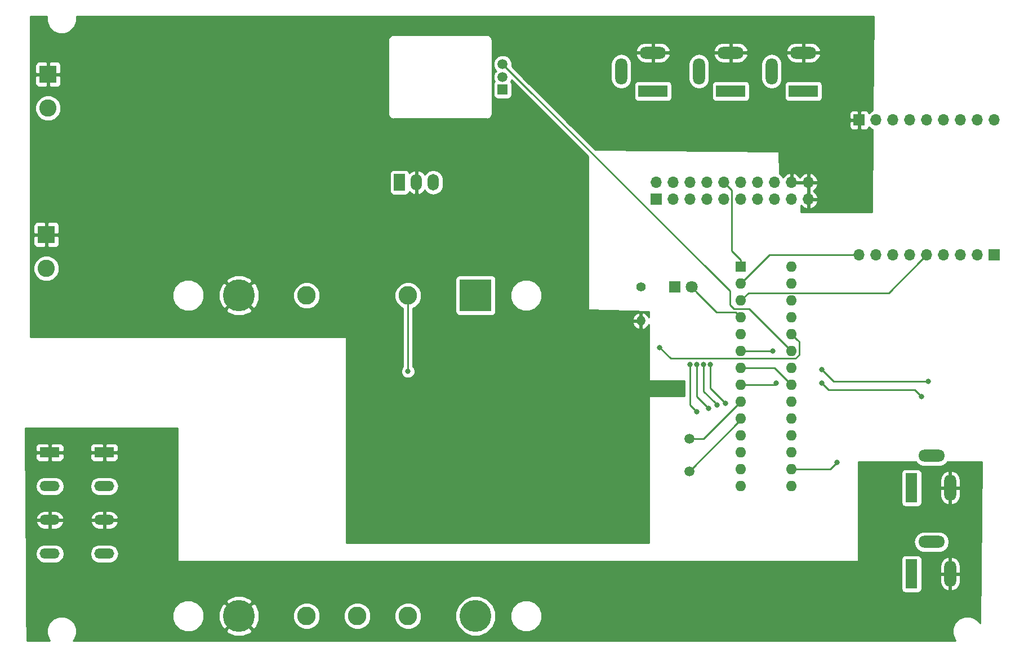
<source format=gbr>
G04 #@! TF.GenerationSoftware,KiCad,Pcbnew,(5.0.0)*
G04 #@! TF.CreationDate,2019-02-09T12:54:46-06:00*
G04 #@! TF.ProjectId,ArmPowerBoardV3,41726D506F776572426F61726456332E,rev?*
G04 #@! TF.SameCoordinates,Original*
G04 #@! TF.FileFunction,Copper,L2,Bot,Signal*
G04 #@! TF.FilePolarity,Positive*
%FSLAX46Y46*%
G04 Gerber Fmt 4.6, Leading zero omitted, Abs format (unit mm)*
G04 Created by KiCad (PCBNEW (5.0.0)) date 02/09/19 12:54:46*
%MOMM*%
%LPD*%
G01*
G04 APERTURE LIST*
G04 #@! TA.AperFunction,ComponentPad*
%ADD10R,1.600000X1.600000*%
G04 #@! TD*
G04 #@! TA.AperFunction,ComponentPad*
%ADD11O,1.600000X1.600000*%
G04 #@! TD*
G04 #@! TA.AperFunction,ComponentPad*
%ADD12R,1.800000X1.800000*%
G04 #@! TD*
G04 #@! TA.AperFunction,ComponentPad*
%ADD13C,1.800000*%
G04 #@! TD*
G04 #@! TA.AperFunction,ComponentPad*
%ADD14R,3.000000X1.500000*%
G04 #@! TD*
G04 #@! TA.AperFunction,ComponentPad*
%ADD15O,3.000000X1.500000*%
G04 #@! TD*
G04 #@! TA.AperFunction,ComponentPad*
%ADD16R,2.600000X2.600000*%
G04 #@! TD*
G04 #@! TA.AperFunction,ComponentPad*
%ADD17C,2.600000*%
G04 #@! TD*
G04 #@! TA.AperFunction,ComponentPad*
%ADD18R,1.700000X1.700000*%
G04 #@! TD*
G04 #@! TA.AperFunction,ComponentPad*
%ADD19O,1.700000X1.700000*%
G04 #@! TD*
G04 #@! TA.AperFunction,ComponentPad*
%ADD20C,1.400000*%
G04 #@! TD*
G04 #@! TA.AperFunction,ComponentPad*
%ADD21O,1.400000X1.400000*%
G04 #@! TD*
G04 #@! TA.AperFunction,ComponentPad*
%ADD22C,1.500000*%
G04 #@! TD*
G04 #@! TA.AperFunction,ComponentPad*
%ADD23R,1.500000X1.500000*%
G04 #@! TD*
G04 #@! TA.AperFunction,ComponentPad*
%ADD24R,4.800000X4.800000*%
G04 #@! TD*
G04 #@! TA.AperFunction,ComponentPad*
%ADD25C,2.800000*%
G04 #@! TD*
G04 #@! TA.AperFunction,ComponentPad*
%ADD26C,4.800000*%
G04 #@! TD*
G04 #@! TA.AperFunction,ComponentPad*
%ADD27R,1.700000X2.500000*%
G04 #@! TD*
G04 #@! TA.AperFunction,ComponentPad*
%ADD28O,1.700000X2.500000*%
G04 #@! TD*
G04 #@! TA.AperFunction,ComponentPad*
%ADD29O,4.000000X1.800000*%
G04 #@! TD*
G04 #@! TA.AperFunction,ComponentPad*
%ADD30O,1.800000X4.000000*%
G04 #@! TD*
G04 #@! TA.AperFunction,ComponentPad*
%ADD31R,1.800000X4.400000*%
G04 #@! TD*
G04 #@! TA.AperFunction,ComponentPad*
%ADD32R,4.400000X1.800000*%
G04 #@! TD*
G04 #@! TA.AperFunction,ViaPad*
%ADD33C,0.800000*%
G04 #@! TD*
G04 #@! TA.AperFunction,Conductor*
%ADD34C,0.250000*%
G04 #@! TD*
G04 #@! TA.AperFunction,Conductor*
%ADD35C,0.254000*%
G04 #@! TD*
G04 APERTURE END LIST*
D10*
G04 #@! TO.P,J10,1*
G04 #@! TO.N,Net-(J10-Pad1)*
X129032000Y-72898000D03*
D11*
G04 #@! TO.P,J10,15*
G04 #@! TO.N,RX1*
X136652000Y-105918000D03*
G04 #@! TO.P,J10,2*
G04 #@! TO.N,Rx*
X129032000Y-75438000D03*
G04 #@! TO.P,J10,16*
G04 #@! TO.N,TX1*
X136652000Y-103378000D03*
G04 #@! TO.P,J10,3*
G04 #@! TO.N,Tx*
X129032000Y-77978000D03*
G04 #@! TO.P,J10,17*
G04 #@! TO.N,Net-(J10-Pad17)*
X136652000Y-100838000D03*
G04 #@! TO.P,J10,4*
G04 #@! TO.N,Net-(D2-Pad2)*
X129032000Y-80518000D03*
G04 #@! TO.P,J10,18*
G04 #@! TO.N,Net-(J10-Pad18)*
X136652000Y-98298000D03*
G04 #@! TO.P,J10,5*
G04 #@! TO.N,Net-(J10-Pad5)*
X129032000Y-83058000D03*
G04 #@! TO.P,J10,19*
G04 #@! TO.N,Net-(J10-Pad19)*
X136652000Y-95758000D03*
G04 #@! TO.P,J10,6*
G04 #@! TO.N,ONoff*
X129032000Y-85598000D03*
G04 #@! TO.P,J10,20*
G04 #@! TO.N,5v+*
X136652000Y-93218000D03*
G04 #@! TO.P,J10,7*
X129032000Y-88138000D03*
G04 #@! TO.P,J10,21*
X136652000Y-90678000D03*
G04 #@! TO.P,J10,8*
G04 #@! TO.N,GND*
X129032000Y-90678000D03*
G04 #@! TO.P,J10,22*
X136652000Y-88138000D03*
G04 #@! TO.P,J10,9*
G04 #@! TO.N,Net-(C2-Pad1)*
X129032000Y-93218000D03*
G04 #@! TO.P,J10,23*
G04 #@! TO.N,ISense*
X136652000Y-85598000D03*
G04 #@! TO.P,J10,10*
G04 #@! TO.N,Net-(C4-Pad1)*
X129032000Y-95758000D03*
G04 #@! TO.P,J10,24*
G04 #@! TO.N,TempSense*
X136652000Y-83058000D03*
G04 #@! TO.P,J10,11*
G04 #@! TO.N,Net-(J10-Pad11)*
X129032000Y-98298000D03*
G04 #@! TO.P,J10,25*
G04 #@! TO.N,Net-(J10-Pad25)*
X136652000Y-80518000D03*
G04 #@! TO.P,J10,12*
G04 #@! TO.N,Net-(J10-Pad12)*
X129032000Y-100838000D03*
G04 #@! TO.P,J10,26*
G04 #@! TO.N,Net-(J10-Pad26)*
X136652000Y-77978000D03*
G04 #@! TO.P,J10,13*
G04 #@! TO.N,Net-(J10-Pad13)*
X129032000Y-103378000D03*
G04 #@! TO.P,J10,27*
G04 #@! TO.N,Net-(J10-Pad27)*
X136652000Y-75438000D03*
G04 #@! TO.P,J10,14*
G04 #@! TO.N,Net-(J10-Pad14)*
X129032000Y-105918000D03*
G04 #@! TO.P,J10,28*
G04 #@! TO.N,Net-(J10-Pad28)*
X136652000Y-72898000D03*
G04 #@! TD*
D12*
G04 #@! TO.P,D2,1*
G04 #@! TO.N,Net-(D2-Pad1)*
X119084059Y-75968813D03*
D13*
G04 #@! TO.P,D2,2*
G04 #@! TO.N,Net-(D2-Pad2)*
X121624059Y-75968813D03*
G04 #@! TD*
D14*
G04 #@! TO.P,J1,1*
G04 #@! TO.N,12v-*
X25146000Y-100838000D03*
X33346000Y-100838000D03*
D15*
G04 #@! TO.P,J1,2*
G04 #@! TO.N,12v+*
X25146000Y-105918000D03*
X33346000Y-105918000D03*
G04 #@! TO.P,J1,3*
G04 #@! TO.N,12v-*
X25146000Y-110998000D03*
X33346000Y-110998000D03*
G04 #@! TO.P,J1,4*
G04 #@! TO.N,12v+*
X25146000Y-116078000D03*
X33346000Y-116078000D03*
G04 #@! TD*
D16*
G04 #@! TO.P,J4,1*
G04 #@! TO.N,GND*
X24638000Y-68072000D03*
D17*
G04 #@! TO.P,J4,2*
G04 #@! TO.N,24v*
X24638000Y-73152000D03*
G04 #@! TD*
D18*
G04 #@! TO.P,J9,1*
G04 #@! TO.N,GND*
X146812000Y-50800000D03*
D19*
G04 #@! TO.P,J9,2*
G04 #@! TO.N,N/C*
X149352000Y-50800000D03*
G04 #@! TO.P,J9,3*
X151892000Y-50800000D03*
G04 #@! TO.P,J9,4*
G04 #@! TO.N,5v+*
X154432000Y-50800000D03*
G04 #@! TO.P,J9,5*
G04 #@! TO.N,N/C*
X156972000Y-50800000D03*
G04 #@! TO.P,J9,6*
X159512000Y-50800000D03*
G04 #@! TO.P,J9,7*
X162052000Y-50800000D03*
G04 #@! TO.P,J9,8*
X164592000Y-50800000D03*
G04 #@! TO.P,J9,9*
X167132000Y-50800000D03*
G04 #@! TD*
G04 #@! TO.P,J11,9*
G04 #@! TO.N,Rx*
X146812000Y-71120000D03*
G04 #@! TO.P,J11,8*
G04 #@! TO.N,N/C*
X149352000Y-71120000D03*
G04 #@! TO.P,J11,7*
X151892000Y-71120000D03*
G04 #@! TO.P,J11,6*
X154432000Y-71120000D03*
G04 #@! TO.P,J11,5*
G04 #@! TO.N,Tx*
X156972000Y-71120000D03*
G04 #@! TO.P,J11,4*
G04 #@! TO.N,N/C*
X159512000Y-71120000D03*
G04 #@! TO.P,J11,3*
X162052000Y-71120000D03*
G04 #@! TO.P,J11,2*
X164592000Y-71120000D03*
D18*
G04 #@! TO.P,J11,1*
X167132000Y-71120000D03*
G04 #@! TD*
D20*
G04 #@! TO.P,R2,1*
G04 #@! TO.N,Net-(D2-Pad1)*
X114004059Y-75968813D03*
D21*
G04 #@! TO.P,R2,2*
G04 #@! TO.N,GND*
X114004059Y-81048813D03*
G04 #@! TD*
D22*
G04 #@! TO.P,U1,2*
G04 #@! TO.N,GND*
X93218000Y-44318000D03*
G04 #@! TO.P,U1,3*
G04 #@! TO.N,ISense*
X93218000Y-42408000D03*
D23*
G04 #@! TO.P,U1,1*
G04 #@! TO.N,5v+*
X93218000Y-46228000D03*
G04 #@! TD*
D24*
G04 #@! TO.P,U2,1*
G04 #@! TO.N,24v*
X89154000Y-77221000D03*
D25*
G04 #@! TO.P,U2,2*
G04 #@! TO.N,ONoff*
X78994000Y-77221000D03*
G04 #@! TO.P,U2,3*
G04 #@! TO.N,N/C*
X63754000Y-77221000D03*
D26*
G04 #@! TO.P,U2,4*
G04 #@! TO.N,GND*
X53594000Y-77221000D03*
G04 #@! TO.P,U2,5*
G04 #@! TO.N,12v-*
X53594000Y-125471000D03*
D25*
G04 #@! TO.P,U2,6*
G04 #@! TO.N,N/C*
X63754000Y-125471000D03*
G04 #@! TO.P,U2,7*
X71374000Y-125471000D03*
G04 #@! TO.P,U2,8*
X78994000Y-125471000D03*
D26*
G04 #@! TO.P,U2,9*
G04 #@! TO.N,12v+*
X89154000Y-125471000D03*
G04 #@! TD*
D22*
G04 #@! TO.P,Y1,1*
G04 #@! TO.N,Net-(C2-Pad1)*
X121268574Y-98795540D03*
G04 #@! TO.P,Y1,2*
G04 #@! TO.N,Net-(C4-Pad1)*
X121268574Y-103675540D03*
G04 #@! TD*
D16*
G04 #@! TO.P,BT1,1*
G04 #@! TO.N,GND*
X24892000Y-43942000D03*
D17*
G04 #@! TO.P,BT1,2*
G04 #@! TO.N,Net-(BT1-Pad2)*
X24892000Y-49022000D03*
G04 #@! TD*
D18*
G04 #@! TO.P,J8,1*
G04 #@! TO.N,5v+*
X116332000Y-62738000D03*
D19*
G04 #@! TO.P,J8,2*
X116332000Y-60198000D03*
G04 #@! TO.P,J8,3*
X118872000Y-62738000D03*
G04 #@! TO.P,J8,4*
X118872000Y-60198000D03*
G04 #@! TO.P,J8,5*
G04 #@! TO.N,Net-(J10-Pad14)*
X121412000Y-62738000D03*
G04 #@! TO.P,J8,6*
G04 #@! TO.N,Net-(J10-Pad13)*
X121412000Y-60198000D03*
G04 #@! TO.P,J8,7*
G04 #@! TO.N,Net-(J10-Pad12)*
X123952000Y-62738000D03*
G04 #@! TO.P,J8,8*
G04 #@! TO.N,Net-(J10-Pad11)*
X123952000Y-60198000D03*
G04 #@! TO.P,J8,9*
G04 #@! TO.N,Net-(J10-Pad5)*
X126492000Y-62738000D03*
G04 #@! TO.P,J8,10*
G04 #@! TO.N,Net-(J10-Pad1)*
X126492000Y-60198000D03*
G04 #@! TO.P,J8,11*
G04 #@! TO.N,Net-(J10-Pad28)*
X129032000Y-62738000D03*
G04 #@! TO.P,J8,12*
G04 #@! TO.N,Net-(J10-Pad27)*
X129032000Y-60198000D03*
G04 #@! TO.P,J8,13*
G04 #@! TO.N,Net-(J10-Pad26)*
X131572000Y-62738000D03*
G04 #@! TO.P,J8,14*
G04 #@! TO.N,Net-(J10-Pad25)*
X131572000Y-60198000D03*
G04 #@! TO.P,J8,15*
G04 #@! TO.N,Net-(J10-Pad19)*
X134112000Y-62738000D03*
G04 #@! TO.P,J8,16*
G04 #@! TO.N,Net-(J10-Pad18)*
X134112000Y-60198000D03*
G04 #@! TO.P,J8,17*
G04 #@! TO.N,Net-(J10-Pad17)*
X136652000Y-62738000D03*
G04 #@! TO.P,J8,18*
G04 #@! TO.N,GND*
X136652000Y-60198000D03*
G04 #@! TO.P,J8,19*
X139192000Y-62738000D03*
G04 #@! TO.P,J8,20*
X139192000Y-60198000D03*
G04 #@! TD*
D27*
G04 #@! TO.P,U3,1*
G04 #@! TO.N,24v*
X77724000Y-60198000D03*
D28*
G04 #@! TO.P,U3,2*
G04 #@! TO.N,GND*
X80264000Y-60198000D03*
G04 #@! TO.P,U3,3*
G04 #@! TO.N,5v+*
X82804000Y-60198000D03*
G04 #@! TD*
D29*
G04 #@! TO.P,J2,3*
G04 #@! TO.N,N/C*
X157686000Y-114326000D03*
D30*
G04 #@! TO.P,J2,2*
G04 #@! TO.N,12v-*
X160486000Y-119126000D03*
D31*
G04 #@! TO.P,J2,1*
G04 #@! TO.N,12v+*
X154686000Y-119126000D03*
G04 #@! TD*
G04 #@! TO.P,J3,1*
G04 #@! TO.N,12v+*
X154686000Y-106172000D03*
D30*
G04 #@! TO.P,J3,2*
G04 #@! TO.N,12v-*
X160486000Y-106172000D03*
D29*
G04 #@! TO.P,J3,3*
G04 #@! TO.N,N/C*
X157686000Y-101372000D03*
G04 #@! TD*
D30*
G04 #@! TO.P,J5,3*
G04 #@! TO.N,N/C*
X133630000Y-43482000D03*
D29*
G04 #@! TO.P,J5,2*
G04 #@! TO.N,GND*
X138430000Y-40682000D03*
D32*
G04 #@! TO.P,J5,1*
G04 #@! TO.N,5v+*
X138430000Y-46482000D03*
G04 #@! TD*
D30*
G04 #@! TO.P,J6,3*
G04 #@! TO.N,N/C*
X122708000Y-43482000D03*
D29*
G04 #@! TO.P,J6,2*
G04 #@! TO.N,GND*
X127508000Y-40682000D03*
D32*
G04 #@! TO.P,J6,1*
G04 #@! TO.N,5v+*
X127508000Y-46482000D03*
G04 #@! TD*
G04 #@! TO.P,J7,1*
G04 #@! TO.N,5v+*
X115824000Y-46482000D03*
D29*
G04 #@! TO.P,J7,2*
G04 #@! TO.N,GND*
X115824000Y-40682000D03*
D30*
G04 #@! TO.P,J7,3*
G04 #@! TO.N,N/C*
X111024000Y-43482000D03*
G04 #@! TD*
D33*
G04 #@! TO.N,Net-(J10-Pad14)*
X122428000Y-94742000D03*
X121427997Y-87630000D03*
G04 #@! TO.N,Net-(J10-Pad13)*
X124206000Y-94234000D03*
X122428000Y-87630000D03*
G04 #@! TO.N,Net-(J10-Pad12)*
X125476000Y-93726000D03*
X123444000Y-87630000D03*
G04 #@! TO.N,Net-(J10-Pad11)*
X126746000Y-93472000D03*
X124460000Y-87630000D03*
G04 #@! TO.N,TempSense*
X116840000Y-85090000D03*
G04 #@! TO.N,TX1*
X143510000Y-102362000D03*
G04 #@! TO.N,5v+*
X141224000Y-90424000D03*
X156210000Y-92456000D03*
G04 #@! TO.N,ONoff*
X133858000Y-85598000D03*
X78994000Y-88646000D03*
G04 #@! TO.N,GND*
X55626000Y-48514000D03*
X56642000Y-47498000D03*
X54610000Y-48514000D03*
X54610000Y-49530000D03*
X55626000Y-47498000D03*
X56642000Y-48514000D03*
X56642000Y-49530000D03*
X55626000Y-49530000D03*
X54610000Y-47498000D03*
X101346000Y-44450000D03*
X102362000Y-43434000D03*
X100330000Y-44450000D03*
X100330000Y-45466000D03*
X101346000Y-43434000D03*
X102362000Y-44450000D03*
X102362000Y-45466000D03*
X101346000Y-45466000D03*
X100330000Y-43434000D03*
X80264000Y-53086000D03*
X81280000Y-52070000D03*
X79248000Y-54102000D03*
X80264000Y-52070000D03*
X81280000Y-54102000D03*
X80264000Y-54102000D03*
X79248000Y-52070000D03*
X42672000Y-49530000D03*
X41656000Y-49530000D03*
X43688000Y-49530000D03*
X43688000Y-48514000D03*
X41656000Y-48514000D03*
X41656000Y-47498000D03*
X42672000Y-47498000D03*
X43688000Y-47498000D03*
X42672000Y-48514000D03*
X101346000Y-44450000D03*
X134366000Y-90424000D03*
X81280000Y-53086000D03*
X141224000Y-88392000D03*
X157226000Y-90170000D03*
X119634000Y-90424000D03*
X119634000Y-90932000D03*
X112268000Y-101532598D03*
X112268000Y-100838000D03*
X112268000Y-100065598D03*
X79248000Y-53086000D03*
G04 #@! TD*
D34*
G04 #@! TO.N,Net-(C2-Pad1)*
X123454460Y-98795540D02*
X129032000Y-93218000D01*
X121268574Y-98795540D02*
X123454460Y-98795540D01*
G04 #@! TO.N,Net-(C4-Pad1)*
X129032000Y-95912114D02*
X129032000Y-95758000D01*
X121268574Y-103675540D02*
X129032000Y-95912114D01*
G04 #@! TO.N,Net-(J10-Pad14)*
X122428000Y-94742000D02*
X121427997Y-93741997D01*
X121427997Y-93741997D02*
X121427997Y-87630000D01*
G04 #@! TO.N,Net-(J10-Pad13)*
X124206000Y-94234000D02*
X122428000Y-92456000D01*
X122428000Y-92456000D02*
X122428000Y-87630000D01*
G04 #@! TO.N,Net-(J10-Pad12)*
X125476000Y-93726000D02*
X125076001Y-93326001D01*
X125076001Y-93326001D02*
X123444000Y-91694000D01*
X123444000Y-91694000D02*
X123444000Y-87630000D01*
G04 #@! TO.N,Net-(J10-Pad11)*
X126746000Y-93472000D02*
X124460000Y-91186000D01*
X124460000Y-91186000D02*
X124460000Y-87630000D01*
G04 #@! TO.N,Rx*
X133350000Y-71120000D02*
X146812000Y-71120000D01*
X129032000Y-75438000D02*
X133350000Y-71120000D01*
G04 #@! TO.N,Tx*
X156122001Y-71969999D02*
X156972000Y-71120000D01*
X151239001Y-76852999D02*
X156122001Y-71969999D01*
X130157001Y-76852999D02*
X151239001Y-76852999D01*
X129032000Y-77978000D02*
X130157001Y-76852999D01*
G04 #@! TO.N,ISense*
X93218000Y-42408000D02*
X127373001Y-76563001D01*
X127373001Y-78605001D02*
X128016000Y-79248000D01*
X127373001Y-76563001D02*
X127373001Y-78605001D01*
X127884998Y-79248000D02*
X128016000Y-79248000D01*
X130302000Y-79248000D02*
X136652000Y-85598000D01*
X129540000Y-79248000D02*
X130302000Y-79248000D01*
X129540000Y-79248000D02*
X129794000Y-79248000D01*
X128016000Y-79248000D02*
X129540000Y-79248000D01*
G04 #@! TO.N,TempSense*
X137451999Y-83857999D02*
X136652000Y-83058000D01*
X137777001Y-84183001D02*
X137451999Y-83857999D01*
X137777001Y-86138001D02*
X137777001Y-84183001D01*
X137192001Y-86723001D02*
X137777001Y-86138001D01*
X118473001Y-86723001D02*
X137192001Y-86723001D01*
X116840000Y-85090000D02*
X118473001Y-86723001D01*
G04 #@! TO.N,Net-(J10-Pad1)*
X127087999Y-60285999D02*
X126238000Y-59436000D01*
X127341999Y-61047999D02*
X126492000Y-60198000D01*
X127667001Y-61373001D02*
X127341999Y-61047999D01*
X127667001Y-70483001D02*
X127667001Y-61373001D01*
X129032000Y-71848000D02*
X127667001Y-70483001D01*
X129032000Y-72898000D02*
X129032000Y-71848000D01*
G04 #@! TO.N,TX1*
X136652000Y-103378000D02*
X142494000Y-103378000D01*
X142494000Y-103378000D02*
X143510000Y-102362000D01*
G04 #@! TO.N,5v+*
X129032000Y-88138000D02*
X134112000Y-88138000D01*
X134112000Y-88138000D02*
X136652000Y-90678000D01*
X141224000Y-90424000D02*
X142240000Y-91440000D01*
X142240000Y-91440000D02*
X155194000Y-91440000D01*
X155194000Y-91440000D02*
X156210000Y-92456000D01*
G04 #@! TO.N,Net-(D2-Pad2)*
X122524058Y-76868812D02*
X121624059Y-75968813D01*
X125373247Y-79718001D02*
X122524058Y-76868812D01*
X128232001Y-79718001D02*
X125373247Y-79718001D01*
X129032000Y-80518000D02*
X128232001Y-79718001D01*
G04 #@! TO.N,ONoff*
X129032000Y-85598000D02*
X133858000Y-85598000D01*
X78994000Y-88080315D02*
X78994000Y-77221000D01*
X78994000Y-88646000D02*
X78994000Y-88080315D01*
G04 #@! TO.N,GND*
X114004059Y-82038762D02*
X114004059Y-81048813D01*
X114004059Y-85105061D02*
X114004059Y-82038762D01*
X129032000Y-90678000D02*
X134112000Y-90678000D01*
X134112000Y-90678000D02*
X134366000Y-90424000D01*
X141224000Y-88392000D02*
X143002000Y-90170000D01*
X143002000Y-90170000D02*
X157226000Y-90170000D01*
G04 #@! TD*
D35*
G04 #@! TO.N,12v-*
G36*
X44323000Y-117094000D02*
X44332667Y-117142601D01*
X44360197Y-117183803D01*
X44401399Y-117211333D01*
X44450000Y-117221000D01*
X146558000Y-117221000D01*
X146606601Y-117211333D01*
X146647803Y-117183803D01*
X146675333Y-117142601D01*
X146685000Y-117094000D01*
X146685000Y-116926000D01*
X153138560Y-116926000D01*
X153138560Y-121326000D01*
X153187843Y-121573765D01*
X153328191Y-121783809D01*
X153538235Y-121924157D01*
X153786000Y-121973440D01*
X155586000Y-121973440D01*
X155833765Y-121924157D01*
X156043809Y-121783809D01*
X156184157Y-121573765D01*
X156233440Y-121326000D01*
X156233440Y-119253000D01*
X158951000Y-119253000D01*
X158951000Y-120353000D01*
X159116446Y-120930752D01*
X159490394Y-121401212D01*
X160015914Y-121692756D01*
X160121260Y-121717036D01*
X160359000Y-121596378D01*
X160359000Y-119253000D01*
X160613000Y-119253000D01*
X160613000Y-121596378D01*
X160850740Y-121717036D01*
X160956086Y-121692756D01*
X161481606Y-121401212D01*
X161855554Y-120930752D01*
X162021000Y-120353000D01*
X162021000Y-119253000D01*
X160613000Y-119253000D01*
X160359000Y-119253000D01*
X158951000Y-119253000D01*
X156233440Y-119253000D01*
X156233440Y-117899000D01*
X158951000Y-117899000D01*
X158951000Y-118999000D01*
X160359000Y-118999000D01*
X160359000Y-116655622D01*
X160613000Y-116655622D01*
X160613000Y-118999000D01*
X162021000Y-118999000D01*
X162021000Y-117899000D01*
X161855554Y-117321248D01*
X161481606Y-116850788D01*
X160956086Y-116559244D01*
X160850740Y-116534964D01*
X160613000Y-116655622D01*
X160359000Y-116655622D01*
X160121260Y-116534964D01*
X160015914Y-116559244D01*
X159490394Y-116850788D01*
X159116446Y-117321248D01*
X158951000Y-117899000D01*
X156233440Y-117899000D01*
X156233440Y-116926000D01*
X156184157Y-116678235D01*
X156043809Y-116468191D01*
X155833765Y-116327843D01*
X155586000Y-116278560D01*
X153786000Y-116278560D01*
X153538235Y-116327843D01*
X153328191Y-116468191D01*
X153187843Y-116678235D01*
X153138560Y-116926000D01*
X146685000Y-116926000D01*
X146685000Y-114326000D01*
X155020928Y-114326000D01*
X155140062Y-114924927D01*
X155479327Y-115432673D01*
X155987073Y-115771938D01*
X156434818Y-115861000D01*
X158937182Y-115861000D01*
X159384927Y-115771938D01*
X159892673Y-115432673D01*
X160231938Y-114924927D01*
X160351072Y-114326000D01*
X160231938Y-113727073D01*
X159892673Y-113219327D01*
X159384927Y-112880062D01*
X158937182Y-112791000D01*
X156434818Y-112791000D01*
X155987073Y-112880062D01*
X155479327Y-113219327D01*
X155140062Y-113727073D01*
X155020928Y-114326000D01*
X146685000Y-114326000D01*
X146685000Y-103972000D01*
X153138560Y-103972000D01*
X153138560Y-108372000D01*
X153187843Y-108619765D01*
X153328191Y-108829809D01*
X153538235Y-108970157D01*
X153786000Y-109019440D01*
X155586000Y-109019440D01*
X155833765Y-108970157D01*
X156043809Y-108829809D01*
X156184157Y-108619765D01*
X156233440Y-108372000D01*
X156233440Y-106299000D01*
X158951000Y-106299000D01*
X158951000Y-107399000D01*
X159116446Y-107976752D01*
X159490394Y-108447212D01*
X160015914Y-108738756D01*
X160121260Y-108763036D01*
X160359000Y-108642378D01*
X160359000Y-106299000D01*
X160613000Y-106299000D01*
X160613000Y-108642378D01*
X160850740Y-108763036D01*
X160956086Y-108738756D01*
X161481606Y-108447212D01*
X161855554Y-107976752D01*
X162021000Y-107399000D01*
X162021000Y-106299000D01*
X160613000Y-106299000D01*
X160359000Y-106299000D01*
X158951000Y-106299000D01*
X156233440Y-106299000D01*
X156233440Y-104945000D01*
X158951000Y-104945000D01*
X158951000Y-106045000D01*
X160359000Y-106045000D01*
X160359000Y-103701622D01*
X160613000Y-103701622D01*
X160613000Y-106045000D01*
X162021000Y-106045000D01*
X162021000Y-104945000D01*
X161855554Y-104367248D01*
X161481606Y-103896788D01*
X160956086Y-103605244D01*
X160850740Y-103580964D01*
X160613000Y-103701622D01*
X160359000Y-103701622D01*
X160121260Y-103580964D01*
X160015914Y-103605244D01*
X159490394Y-103896788D01*
X159116446Y-104367248D01*
X158951000Y-104945000D01*
X156233440Y-104945000D01*
X156233440Y-103972000D01*
X156184157Y-103724235D01*
X156043809Y-103514191D01*
X155833765Y-103373843D01*
X155586000Y-103324560D01*
X153786000Y-103324560D01*
X153538235Y-103373843D01*
X153328191Y-103514191D01*
X153187843Y-103724235D01*
X153138560Y-103972000D01*
X146685000Y-103972000D01*
X146685000Y-102235000D01*
X155316510Y-102235000D01*
X155479327Y-102478673D01*
X155987073Y-102817938D01*
X156434818Y-102907000D01*
X158937182Y-102907000D01*
X159384927Y-102817938D01*
X159892673Y-102478673D01*
X160055490Y-102235000D01*
X165225808Y-102235000D01*
X164998268Y-126581745D01*
X164962741Y-126495974D01*
X164334026Y-125867259D01*
X163512569Y-125527000D01*
X162623431Y-125527000D01*
X161801974Y-125867259D01*
X161173259Y-126495974D01*
X160833000Y-127317431D01*
X160833000Y-128206569D01*
X161173259Y-129028026D01*
X161304233Y-129159000D01*
X28687767Y-129159000D01*
X28818741Y-129028026D01*
X29159000Y-128206569D01*
X29159000Y-127317431D01*
X28818741Y-126495974D01*
X28190026Y-125867259D01*
X27368569Y-125527000D01*
X26479431Y-125527000D01*
X25657974Y-125867259D01*
X25029259Y-126495974D01*
X24689000Y-127317431D01*
X24689000Y-128206569D01*
X25029259Y-129028026D01*
X25160233Y-129159000D01*
X21716004Y-129159000D01*
X21683230Y-124996594D01*
X43589000Y-124996594D01*
X43589000Y-125945406D01*
X43952095Y-126821994D01*
X44623006Y-127492905D01*
X45499594Y-127856000D01*
X46448406Y-127856000D01*
X46982625Y-127634719D01*
X51609886Y-127634719D01*
X51879400Y-128047010D01*
X52995713Y-128507072D01*
X54203109Y-128504919D01*
X55308600Y-128047010D01*
X55578114Y-127634719D01*
X53594000Y-125650605D01*
X51609886Y-127634719D01*
X46982625Y-127634719D01*
X47324994Y-127492905D01*
X47995905Y-126821994D01*
X48359000Y-125945406D01*
X48359000Y-124996594D01*
X48307687Y-124872713D01*
X50557928Y-124872713D01*
X50560081Y-126080109D01*
X51017990Y-127185600D01*
X51430281Y-127455114D01*
X53414395Y-125471000D01*
X53773605Y-125471000D01*
X55757719Y-127455114D01*
X56170010Y-127185600D01*
X56630072Y-126069287D01*
X56628284Y-125066213D01*
X61719000Y-125066213D01*
X61719000Y-125875787D01*
X62028810Y-126623735D01*
X62601265Y-127196190D01*
X63349213Y-127506000D01*
X64158787Y-127506000D01*
X64906735Y-127196190D01*
X65479190Y-126623735D01*
X65789000Y-125875787D01*
X65789000Y-125066213D01*
X69339000Y-125066213D01*
X69339000Y-125875787D01*
X69648810Y-126623735D01*
X70221265Y-127196190D01*
X70969213Y-127506000D01*
X71778787Y-127506000D01*
X72526735Y-127196190D01*
X73099190Y-126623735D01*
X73409000Y-125875787D01*
X73409000Y-125066213D01*
X76959000Y-125066213D01*
X76959000Y-125875787D01*
X77268810Y-126623735D01*
X77841265Y-127196190D01*
X78589213Y-127506000D01*
X79398787Y-127506000D01*
X80146735Y-127196190D01*
X80719190Y-126623735D01*
X81029000Y-125875787D01*
X81029000Y-125066213D01*
X80946609Y-124867301D01*
X86119000Y-124867301D01*
X86119000Y-126074699D01*
X86581051Y-127190189D01*
X87434811Y-128043949D01*
X88550301Y-128506000D01*
X89757699Y-128506000D01*
X90873189Y-128043949D01*
X91726949Y-127190189D01*
X92189000Y-126074699D01*
X92189000Y-124996594D01*
X94389000Y-124996594D01*
X94389000Y-125945406D01*
X94752095Y-126821994D01*
X95423006Y-127492905D01*
X96299594Y-127856000D01*
X97248406Y-127856000D01*
X98124994Y-127492905D01*
X98795905Y-126821994D01*
X99159000Y-125945406D01*
X99159000Y-124996594D01*
X98795905Y-124120006D01*
X98124994Y-123449095D01*
X97248406Y-123086000D01*
X96299594Y-123086000D01*
X95423006Y-123449095D01*
X94752095Y-124120006D01*
X94389000Y-124996594D01*
X92189000Y-124996594D01*
X92189000Y-124867301D01*
X91726949Y-123751811D01*
X90873189Y-122898051D01*
X89757699Y-122436000D01*
X88550301Y-122436000D01*
X87434811Y-122898051D01*
X86581051Y-123751811D01*
X86119000Y-124867301D01*
X80946609Y-124867301D01*
X80719190Y-124318265D01*
X80146735Y-123745810D01*
X79398787Y-123436000D01*
X78589213Y-123436000D01*
X77841265Y-123745810D01*
X77268810Y-124318265D01*
X76959000Y-125066213D01*
X73409000Y-125066213D01*
X73099190Y-124318265D01*
X72526735Y-123745810D01*
X71778787Y-123436000D01*
X70969213Y-123436000D01*
X70221265Y-123745810D01*
X69648810Y-124318265D01*
X69339000Y-125066213D01*
X65789000Y-125066213D01*
X65479190Y-124318265D01*
X64906735Y-123745810D01*
X64158787Y-123436000D01*
X63349213Y-123436000D01*
X62601265Y-123745810D01*
X62028810Y-124318265D01*
X61719000Y-125066213D01*
X56628284Y-125066213D01*
X56627919Y-124861891D01*
X56170010Y-123756400D01*
X55757719Y-123486886D01*
X53773605Y-125471000D01*
X53414395Y-125471000D01*
X51430281Y-123486886D01*
X51017990Y-123756400D01*
X50557928Y-124872713D01*
X48307687Y-124872713D01*
X47995905Y-124120006D01*
X47324994Y-123449095D01*
X46982626Y-123307281D01*
X51609886Y-123307281D01*
X53594000Y-125291395D01*
X55578114Y-123307281D01*
X55308600Y-122894990D01*
X54192287Y-122434928D01*
X52984891Y-122437081D01*
X51879400Y-122894990D01*
X51609886Y-123307281D01*
X46982626Y-123307281D01*
X46448406Y-123086000D01*
X45499594Y-123086000D01*
X44623006Y-123449095D01*
X43952095Y-124120006D01*
X43589000Y-124996594D01*
X21683230Y-124996594D01*
X21613004Y-116078000D01*
X22983867Y-116078000D01*
X23091359Y-116618400D01*
X23397471Y-117076529D01*
X23855600Y-117382641D01*
X24259593Y-117463000D01*
X26032407Y-117463000D01*
X26436400Y-117382641D01*
X26894529Y-117076529D01*
X27200641Y-116618400D01*
X27308133Y-116078000D01*
X31183867Y-116078000D01*
X31291359Y-116618400D01*
X31597471Y-117076529D01*
X32055600Y-117382641D01*
X32459593Y-117463000D01*
X34232407Y-117463000D01*
X34636400Y-117382641D01*
X35094529Y-117076529D01*
X35400641Y-116618400D01*
X35508133Y-116078000D01*
X35400641Y-115537600D01*
X35094529Y-115079471D01*
X34636400Y-114773359D01*
X34232407Y-114693000D01*
X32459593Y-114693000D01*
X32055600Y-114773359D01*
X31597471Y-115079471D01*
X31291359Y-115537600D01*
X31183867Y-116078000D01*
X27308133Y-116078000D01*
X27200641Y-115537600D01*
X26894529Y-115079471D01*
X26436400Y-114773359D01*
X26032407Y-114693000D01*
X24259593Y-114693000D01*
X23855600Y-114773359D01*
X23397471Y-115079471D01*
X23091359Y-115537600D01*
X22983867Y-116078000D01*
X21613004Y-116078000D01*
X21575691Y-111339185D01*
X23053682Y-111339185D01*
X23067827Y-111410684D01*
X23326855Y-111887540D01*
X23748651Y-112228972D01*
X24269000Y-112383000D01*
X25019000Y-112383000D01*
X25019000Y-111125000D01*
X25273000Y-111125000D01*
X25273000Y-112383000D01*
X26023000Y-112383000D01*
X26543349Y-112228972D01*
X26965145Y-111887540D01*
X27224173Y-111410684D01*
X27238318Y-111339185D01*
X31253682Y-111339185D01*
X31267827Y-111410684D01*
X31526855Y-111887540D01*
X31948651Y-112228972D01*
X32469000Y-112383000D01*
X33219000Y-112383000D01*
X33219000Y-111125000D01*
X33473000Y-111125000D01*
X33473000Y-112383000D01*
X34223000Y-112383000D01*
X34743349Y-112228972D01*
X35165145Y-111887540D01*
X35424173Y-111410684D01*
X35438318Y-111339185D01*
X35315656Y-111125000D01*
X33473000Y-111125000D01*
X33219000Y-111125000D01*
X31376344Y-111125000D01*
X31253682Y-111339185D01*
X27238318Y-111339185D01*
X27115656Y-111125000D01*
X25273000Y-111125000D01*
X25019000Y-111125000D01*
X23176344Y-111125000D01*
X23053682Y-111339185D01*
X21575691Y-111339185D01*
X21570318Y-110656815D01*
X23053682Y-110656815D01*
X23176344Y-110871000D01*
X25019000Y-110871000D01*
X25019000Y-109613000D01*
X25273000Y-109613000D01*
X25273000Y-110871000D01*
X27115656Y-110871000D01*
X27238318Y-110656815D01*
X31253682Y-110656815D01*
X31376344Y-110871000D01*
X33219000Y-110871000D01*
X33219000Y-109613000D01*
X33473000Y-109613000D01*
X33473000Y-110871000D01*
X35315656Y-110871000D01*
X35438318Y-110656815D01*
X35424173Y-110585316D01*
X35165145Y-110108460D01*
X34743349Y-109767028D01*
X34223000Y-109613000D01*
X33473000Y-109613000D01*
X33219000Y-109613000D01*
X32469000Y-109613000D01*
X31948651Y-109767028D01*
X31526855Y-110108460D01*
X31267827Y-110585316D01*
X31253682Y-110656815D01*
X27238318Y-110656815D01*
X27224173Y-110585316D01*
X26965145Y-110108460D01*
X26543349Y-109767028D01*
X26023000Y-109613000D01*
X25273000Y-109613000D01*
X25019000Y-109613000D01*
X24269000Y-109613000D01*
X23748651Y-109767028D01*
X23326855Y-110108460D01*
X23067827Y-110585316D01*
X23053682Y-110656815D01*
X21570318Y-110656815D01*
X21533004Y-105918000D01*
X22983867Y-105918000D01*
X23091359Y-106458400D01*
X23397471Y-106916529D01*
X23855600Y-107222641D01*
X24259593Y-107303000D01*
X26032407Y-107303000D01*
X26436400Y-107222641D01*
X26894529Y-106916529D01*
X27200641Y-106458400D01*
X27308133Y-105918000D01*
X31183867Y-105918000D01*
X31291359Y-106458400D01*
X31597471Y-106916529D01*
X32055600Y-107222641D01*
X32459593Y-107303000D01*
X34232407Y-107303000D01*
X34636400Y-107222641D01*
X35094529Y-106916529D01*
X35400641Y-106458400D01*
X35508133Y-105918000D01*
X35400641Y-105377600D01*
X35094529Y-104919471D01*
X34636400Y-104613359D01*
X34232407Y-104533000D01*
X32459593Y-104533000D01*
X32055600Y-104613359D01*
X31597471Y-104919471D01*
X31291359Y-105377600D01*
X31183867Y-105918000D01*
X27308133Y-105918000D01*
X27200641Y-105377600D01*
X26894529Y-104919471D01*
X26436400Y-104613359D01*
X26032407Y-104533000D01*
X24259593Y-104533000D01*
X23855600Y-104613359D01*
X23397471Y-104919471D01*
X23091359Y-105377600D01*
X22983867Y-105918000D01*
X21533004Y-105918000D01*
X21495254Y-101123750D01*
X23011000Y-101123750D01*
X23011000Y-101714309D01*
X23107673Y-101947698D01*
X23286301Y-102126327D01*
X23519690Y-102223000D01*
X24860250Y-102223000D01*
X25019000Y-102064250D01*
X25019000Y-100965000D01*
X25273000Y-100965000D01*
X25273000Y-102064250D01*
X25431750Y-102223000D01*
X26772310Y-102223000D01*
X27005699Y-102126327D01*
X27184327Y-101947698D01*
X27281000Y-101714309D01*
X27281000Y-101123750D01*
X31211000Y-101123750D01*
X31211000Y-101714309D01*
X31307673Y-101947698D01*
X31486301Y-102126327D01*
X31719690Y-102223000D01*
X33060250Y-102223000D01*
X33219000Y-102064250D01*
X33219000Y-100965000D01*
X33473000Y-100965000D01*
X33473000Y-102064250D01*
X33631750Y-102223000D01*
X34972310Y-102223000D01*
X35205699Y-102126327D01*
X35384327Y-101947698D01*
X35481000Y-101714309D01*
X35481000Y-101123750D01*
X35322250Y-100965000D01*
X33473000Y-100965000D01*
X33219000Y-100965000D01*
X31369750Y-100965000D01*
X31211000Y-101123750D01*
X27281000Y-101123750D01*
X27122250Y-100965000D01*
X25273000Y-100965000D01*
X25019000Y-100965000D01*
X23169750Y-100965000D01*
X23011000Y-101123750D01*
X21495254Y-101123750D01*
X21486104Y-99961691D01*
X23011000Y-99961691D01*
X23011000Y-100552250D01*
X23169750Y-100711000D01*
X25019000Y-100711000D01*
X25019000Y-99611750D01*
X25273000Y-99611750D01*
X25273000Y-100711000D01*
X27122250Y-100711000D01*
X27281000Y-100552250D01*
X27281000Y-99961691D01*
X31211000Y-99961691D01*
X31211000Y-100552250D01*
X31369750Y-100711000D01*
X33219000Y-100711000D01*
X33219000Y-99611750D01*
X33473000Y-99611750D01*
X33473000Y-100711000D01*
X35322250Y-100711000D01*
X35481000Y-100552250D01*
X35481000Y-99961691D01*
X35384327Y-99728302D01*
X35205699Y-99549673D01*
X34972310Y-99453000D01*
X33631750Y-99453000D01*
X33473000Y-99611750D01*
X33219000Y-99611750D01*
X33060250Y-99453000D01*
X31719690Y-99453000D01*
X31486301Y-99549673D01*
X31307673Y-99728302D01*
X31211000Y-99961691D01*
X27281000Y-99961691D01*
X27184327Y-99728302D01*
X27005699Y-99549673D01*
X26772310Y-99453000D01*
X25431750Y-99453000D01*
X25273000Y-99611750D01*
X25019000Y-99611750D01*
X24860250Y-99453000D01*
X23519690Y-99453000D01*
X23286301Y-99549673D01*
X23107673Y-99728302D01*
X23011000Y-99961691D01*
X21486104Y-99961691D01*
X21464004Y-97155000D01*
X44323000Y-97155000D01*
X44323000Y-117094000D01*
X44323000Y-117094000D01*
G37*
X44323000Y-117094000D02*
X44332667Y-117142601D01*
X44360197Y-117183803D01*
X44401399Y-117211333D01*
X44450000Y-117221000D01*
X146558000Y-117221000D01*
X146606601Y-117211333D01*
X146647803Y-117183803D01*
X146675333Y-117142601D01*
X146685000Y-117094000D01*
X146685000Y-116926000D01*
X153138560Y-116926000D01*
X153138560Y-121326000D01*
X153187843Y-121573765D01*
X153328191Y-121783809D01*
X153538235Y-121924157D01*
X153786000Y-121973440D01*
X155586000Y-121973440D01*
X155833765Y-121924157D01*
X156043809Y-121783809D01*
X156184157Y-121573765D01*
X156233440Y-121326000D01*
X156233440Y-119253000D01*
X158951000Y-119253000D01*
X158951000Y-120353000D01*
X159116446Y-120930752D01*
X159490394Y-121401212D01*
X160015914Y-121692756D01*
X160121260Y-121717036D01*
X160359000Y-121596378D01*
X160359000Y-119253000D01*
X160613000Y-119253000D01*
X160613000Y-121596378D01*
X160850740Y-121717036D01*
X160956086Y-121692756D01*
X161481606Y-121401212D01*
X161855554Y-120930752D01*
X162021000Y-120353000D01*
X162021000Y-119253000D01*
X160613000Y-119253000D01*
X160359000Y-119253000D01*
X158951000Y-119253000D01*
X156233440Y-119253000D01*
X156233440Y-117899000D01*
X158951000Y-117899000D01*
X158951000Y-118999000D01*
X160359000Y-118999000D01*
X160359000Y-116655622D01*
X160613000Y-116655622D01*
X160613000Y-118999000D01*
X162021000Y-118999000D01*
X162021000Y-117899000D01*
X161855554Y-117321248D01*
X161481606Y-116850788D01*
X160956086Y-116559244D01*
X160850740Y-116534964D01*
X160613000Y-116655622D01*
X160359000Y-116655622D01*
X160121260Y-116534964D01*
X160015914Y-116559244D01*
X159490394Y-116850788D01*
X159116446Y-117321248D01*
X158951000Y-117899000D01*
X156233440Y-117899000D01*
X156233440Y-116926000D01*
X156184157Y-116678235D01*
X156043809Y-116468191D01*
X155833765Y-116327843D01*
X155586000Y-116278560D01*
X153786000Y-116278560D01*
X153538235Y-116327843D01*
X153328191Y-116468191D01*
X153187843Y-116678235D01*
X153138560Y-116926000D01*
X146685000Y-116926000D01*
X146685000Y-114326000D01*
X155020928Y-114326000D01*
X155140062Y-114924927D01*
X155479327Y-115432673D01*
X155987073Y-115771938D01*
X156434818Y-115861000D01*
X158937182Y-115861000D01*
X159384927Y-115771938D01*
X159892673Y-115432673D01*
X160231938Y-114924927D01*
X160351072Y-114326000D01*
X160231938Y-113727073D01*
X159892673Y-113219327D01*
X159384927Y-112880062D01*
X158937182Y-112791000D01*
X156434818Y-112791000D01*
X155987073Y-112880062D01*
X155479327Y-113219327D01*
X155140062Y-113727073D01*
X155020928Y-114326000D01*
X146685000Y-114326000D01*
X146685000Y-103972000D01*
X153138560Y-103972000D01*
X153138560Y-108372000D01*
X153187843Y-108619765D01*
X153328191Y-108829809D01*
X153538235Y-108970157D01*
X153786000Y-109019440D01*
X155586000Y-109019440D01*
X155833765Y-108970157D01*
X156043809Y-108829809D01*
X156184157Y-108619765D01*
X156233440Y-108372000D01*
X156233440Y-106299000D01*
X158951000Y-106299000D01*
X158951000Y-107399000D01*
X159116446Y-107976752D01*
X159490394Y-108447212D01*
X160015914Y-108738756D01*
X160121260Y-108763036D01*
X160359000Y-108642378D01*
X160359000Y-106299000D01*
X160613000Y-106299000D01*
X160613000Y-108642378D01*
X160850740Y-108763036D01*
X160956086Y-108738756D01*
X161481606Y-108447212D01*
X161855554Y-107976752D01*
X162021000Y-107399000D01*
X162021000Y-106299000D01*
X160613000Y-106299000D01*
X160359000Y-106299000D01*
X158951000Y-106299000D01*
X156233440Y-106299000D01*
X156233440Y-104945000D01*
X158951000Y-104945000D01*
X158951000Y-106045000D01*
X160359000Y-106045000D01*
X160359000Y-103701622D01*
X160613000Y-103701622D01*
X160613000Y-106045000D01*
X162021000Y-106045000D01*
X162021000Y-104945000D01*
X161855554Y-104367248D01*
X161481606Y-103896788D01*
X160956086Y-103605244D01*
X160850740Y-103580964D01*
X160613000Y-103701622D01*
X160359000Y-103701622D01*
X160121260Y-103580964D01*
X160015914Y-103605244D01*
X159490394Y-103896788D01*
X159116446Y-104367248D01*
X158951000Y-104945000D01*
X156233440Y-104945000D01*
X156233440Y-103972000D01*
X156184157Y-103724235D01*
X156043809Y-103514191D01*
X155833765Y-103373843D01*
X155586000Y-103324560D01*
X153786000Y-103324560D01*
X153538235Y-103373843D01*
X153328191Y-103514191D01*
X153187843Y-103724235D01*
X153138560Y-103972000D01*
X146685000Y-103972000D01*
X146685000Y-102235000D01*
X155316510Y-102235000D01*
X155479327Y-102478673D01*
X155987073Y-102817938D01*
X156434818Y-102907000D01*
X158937182Y-102907000D01*
X159384927Y-102817938D01*
X159892673Y-102478673D01*
X160055490Y-102235000D01*
X165225808Y-102235000D01*
X164998268Y-126581745D01*
X164962741Y-126495974D01*
X164334026Y-125867259D01*
X163512569Y-125527000D01*
X162623431Y-125527000D01*
X161801974Y-125867259D01*
X161173259Y-126495974D01*
X160833000Y-127317431D01*
X160833000Y-128206569D01*
X161173259Y-129028026D01*
X161304233Y-129159000D01*
X28687767Y-129159000D01*
X28818741Y-129028026D01*
X29159000Y-128206569D01*
X29159000Y-127317431D01*
X28818741Y-126495974D01*
X28190026Y-125867259D01*
X27368569Y-125527000D01*
X26479431Y-125527000D01*
X25657974Y-125867259D01*
X25029259Y-126495974D01*
X24689000Y-127317431D01*
X24689000Y-128206569D01*
X25029259Y-129028026D01*
X25160233Y-129159000D01*
X21716004Y-129159000D01*
X21683230Y-124996594D01*
X43589000Y-124996594D01*
X43589000Y-125945406D01*
X43952095Y-126821994D01*
X44623006Y-127492905D01*
X45499594Y-127856000D01*
X46448406Y-127856000D01*
X46982625Y-127634719D01*
X51609886Y-127634719D01*
X51879400Y-128047010D01*
X52995713Y-128507072D01*
X54203109Y-128504919D01*
X55308600Y-128047010D01*
X55578114Y-127634719D01*
X53594000Y-125650605D01*
X51609886Y-127634719D01*
X46982625Y-127634719D01*
X47324994Y-127492905D01*
X47995905Y-126821994D01*
X48359000Y-125945406D01*
X48359000Y-124996594D01*
X48307687Y-124872713D01*
X50557928Y-124872713D01*
X50560081Y-126080109D01*
X51017990Y-127185600D01*
X51430281Y-127455114D01*
X53414395Y-125471000D01*
X53773605Y-125471000D01*
X55757719Y-127455114D01*
X56170010Y-127185600D01*
X56630072Y-126069287D01*
X56628284Y-125066213D01*
X61719000Y-125066213D01*
X61719000Y-125875787D01*
X62028810Y-126623735D01*
X62601265Y-127196190D01*
X63349213Y-127506000D01*
X64158787Y-127506000D01*
X64906735Y-127196190D01*
X65479190Y-126623735D01*
X65789000Y-125875787D01*
X65789000Y-125066213D01*
X69339000Y-125066213D01*
X69339000Y-125875787D01*
X69648810Y-126623735D01*
X70221265Y-127196190D01*
X70969213Y-127506000D01*
X71778787Y-127506000D01*
X72526735Y-127196190D01*
X73099190Y-126623735D01*
X73409000Y-125875787D01*
X73409000Y-125066213D01*
X76959000Y-125066213D01*
X76959000Y-125875787D01*
X77268810Y-126623735D01*
X77841265Y-127196190D01*
X78589213Y-127506000D01*
X79398787Y-127506000D01*
X80146735Y-127196190D01*
X80719190Y-126623735D01*
X81029000Y-125875787D01*
X81029000Y-125066213D01*
X80946609Y-124867301D01*
X86119000Y-124867301D01*
X86119000Y-126074699D01*
X86581051Y-127190189D01*
X87434811Y-128043949D01*
X88550301Y-128506000D01*
X89757699Y-128506000D01*
X90873189Y-128043949D01*
X91726949Y-127190189D01*
X92189000Y-126074699D01*
X92189000Y-124996594D01*
X94389000Y-124996594D01*
X94389000Y-125945406D01*
X94752095Y-126821994D01*
X95423006Y-127492905D01*
X96299594Y-127856000D01*
X97248406Y-127856000D01*
X98124994Y-127492905D01*
X98795905Y-126821994D01*
X99159000Y-125945406D01*
X99159000Y-124996594D01*
X98795905Y-124120006D01*
X98124994Y-123449095D01*
X97248406Y-123086000D01*
X96299594Y-123086000D01*
X95423006Y-123449095D01*
X94752095Y-124120006D01*
X94389000Y-124996594D01*
X92189000Y-124996594D01*
X92189000Y-124867301D01*
X91726949Y-123751811D01*
X90873189Y-122898051D01*
X89757699Y-122436000D01*
X88550301Y-122436000D01*
X87434811Y-122898051D01*
X86581051Y-123751811D01*
X86119000Y-124867301D01*
X80946609Y-124867301D01*
X80719190Y-124318265D01*
X80146735Y-123745810D01*
X79398787Y-123436000D01*
X78589213Y-123436000D01*
X77841265Y-123745810D01*
X77268810Y-124318265D01*
X76959000Y-125066213D01*
X73409000Y-125066213D01*
X73099190Y-124318265D01*
X72526735Y-123745810D01*
X71778787Y-123436000D01*
X70969213Y-123436000D01*
X70221265Y-123745810D01*
X69648810Y-124318265D01*
X69339000Y-125066213D01*
X65789000Y-125066213D01*
X65479190Y-124318265D01*
X64906735Y-123745810D01*
X64158787Y-123436000D01*
X63349213Y-123436000D01*
X62601265Y-123745810D01*
X62028810Y-124318265D01*
X61719000Y-125066213D01*
X56628284Y-125066213D01*
X56627919Y-124861891D01*
X56170010Y-123756400D01*
X55757719Y-123486886D01*
X53773605Y-125471000D01*
X53414395Y-125471000D01*
X51430281Y-123486886D01*
X51017990Y-123756400D01*
X50557928Y-124872713D01*
X48307687Y-124872713D01*
X47995905Y-124120006D01*
X47324994Y-123449095D01*
X46982626Y-123307281D01*
X51609886Y-123307281D01*
X53594000Y-125291395D01*
X55578114Y-123307281D01*
X55308600Y-122894990D01*
X54192287Y-122434928D01*
X52984891Y-122437081D01*
X51879400Y-122894990D01*
X51609886Y-123307281D01*
X46982626Y-123307281D01*
X46448406Y-123086000D01*
X45499594Y-123086000D01*
X44623006Y-123449095D01*
X43952095Y-124120006D01*
X43589000Y-124996594D01*
X21683230Y-124996594D01*
X21613004Y-116078000D01*
X22983867Y-116078000D01*
X23091359Y-116618400D01*
X23397471Y-117076529D01*
X23855600Y-117382641D01*
X24259593Y-117463000D01*
X26032407Y-117463000D01*
X26436400Y-117382641D01*
X26894529Y-117076529D01*
X27200641Y-116618400D01*
X27308133Y-116078000D01*
X31183867Y-116078000D01*
X31291359Y-116618400D01*
X31597471Y-117076529D01*
X32055600Y-117382641D01*
X32459593Y-117463000D01*
X34232407Y-117463000D01*
X34636400Y-117382641D01*
X35094529Y-117076529D01*
X35400641Y-116618400D01*
X35508133Y-116078000D01*
X35400641Y-115537600D01*
X35094529Y-115079471D01*
X34636400Y-114773359D01*
X34232407Y-114693000D01*
X32459593Y-114693000D01*
X32055600Y-114773359D01*
X31597471Y-115079471D01*
X31291359Y-115537600D01*
X31183867Y-116078000D01*
X27308133Y-116078000D01*
X27200641Y-115537600D01*
X26894529Y-115079471D01*
X26436400Y-114773359D01*
X26032407Y-114693000D01*
X24259593Y-114693000D01*
X23855600Y-114773359D01*
X23397471Y-115079471D01*
X23091359Y-115537600D01*
X22983867Y-116078000D01*
X21613004Y-116078000D01*
X21575691Y-111339185D01*
X23053682Y-111339185D01*
X23067827Y-111410684D01*
X23326855Y-111887540D01*
X23748651Y-112228972D01*
X24269000Y-112383000D01*
X25019000Y-112383000D01*
X25019000Y-111125000D01*
X25273000Y-111125000D01*
X25273000Y-112383000D01*
X26023000Y-112383000D01*
X26543349Y-112228972D01*
X26965145Y-111887540D01*
X27224173Y-111410684D01*
X27238318Y-111339185D01*
X31253682Y-111339185D01*
X31267827Y-111410684D01*
X31526855Y-111887540D01*
X31948651Y-112228972D01*
X32469000Y-112383000D01*
X33219000Y-112383000D01*
X33219000Y-111125000D01*
X33473000Y-111125000D01*
X33473000Y-112383000D01*
X34223000Y-112383000D01*
X34743349Y-112228972D01*
X35165145Y-111887540D01*
X35424173Y-111410684D01*
X35438318Y-111339185D01*
X35315656Y-111125000D01*
X33473000Y-111125000D01*
X33219000Y-111125000D01*
X31376344Y-111125000D01*
X31253682Y-111339185D01*
X27238318Y-111339185D01*
X27115656Y-111125000D01*
X25273000Y-111125000D01*
X25019000Y-111125000D01*
X23176344Y-111125000D01*
X23053682Y-111339185D01*
X21575691Y-111339185D01*
X21570318Y-110656815D01*
X23053682Y-110656815D01*
X23176344Y-110871000D01*
X25019000Y-110871000D01*
X25019000Y-109613000D01*
X25273000Y-109613000D01*
X25273000Y-110871000D01*
X27115656Y-110871000D01*
X27238318Y-110656815D01*
X31253682Y-110656815D01*
X31376344Y-110871000D01*
X33219000Y-110871000D01*
X33219000Y-109613000D01*
X33473000Y-109613000D01*
X33473000Y-110871000D01*
X35315656Y-110871000D01*
X35438318Y-110656815D01*
X35424173Y-110585316D01*
X35165145Y-110108460D01*
X34743349Y-109767028D01*
X34223000Y-109613000D01*
X33473000Y-109613000D01*
X33219000Y-109613000D01*
X32469000Y-109613000D01*
X31948651Y-109767028D01*
X31526855Y-110108460D01*
X31267827Y-110585316D01*
X31253682Y-110656815D01*
X27238318Y-110656815D01*
X27224173Y-110585316D01*
X26965145Y-110108460D01*
X26543349Y-109767028D01*
X26023000Y-109613000D01*
X25273000Y-109613000D01*
X25019000Y-109613000D01*
X24269000Y-109613000D01*
X23748651Y-109767028D01*
X23326855Y-110108460D01*
X23067827Y-110585316D01*
X23053682Y-110656815D01*
X21570318Y-110656815D01*
X21533004Y-105918000D01*
X22983867Y-105918000D01*
X23091359Y-106458400D01*
X23397471Y-106916529D01*
X23855600Y-107222641D01*
X24259593Y-107303000D01*
X26032407Y-107303000D01*
X26436400Y-107222641D01*
X26894529Y-106916529D01*
X27200641Y-106458400D01*
X27308133Y-105918000D01*
X31183867Y-105918000D01*
X31291359Y-106458400D01*
X31597471Y-106916529D01*
X32055600Y-107222641D01*
X32459593Y-107303000D01*
X34232407Y-107303000D01*
X34636400Y-107222641D01*
X35094529Y-106916529D01*
X35400641Y-106458400D01*
X35508133Y-105918000D01*
X35400641Y-105377600D01*
X35094529Y-104919471D01*
X34636400Y-104613359D01*
X34232407Y-104533000D01*
X32459593Y-104533000D01*
X32055600Y-104613359D01*
X31597471Y-104919471D01*
X31291359Y-105377600D01*
X31183867Y-105918000D01*
X27308133Y-105918000D01*
X27200641Y-105377600D01*
X26894529Y-104919471D01*
X26436400Y-104613359D01*
X26032407Y-104533000D01*
X24259593Y-104533000D01*
X23855600Y-104613359D01*
X23397471Y-104919471D01*
X23091359Y-105377600D01*
X22983867Y-105918000D01*
X21533004Y-105918000D01*
X21495254Y-101123750D01*
X23011000Y-101123750D01*
X23011000Y-101714309D01*
X23107673Y-101947698D01*
X23286301Y-102126327D01*
X23519690Y-102223000D01*
X24860250Y-102223000D01*
X25019000Y-102064250D01*
X25019000Y-100965000D01*
X25273000Y-100965000D01*
X25273000Y-102064250D01*
X25431750Y-102223000D01*
X26772310Y-102223000D01*
X27005699Y-102126327D01*
X27184327Y-101947698D01*
X27281000Y-101714309D01*
X27281000Y-101123750D01*
X31211000Y-101123750D01*
X31211000Y-101714309D01*
X31307673Y-101947698D01*
X31486301Y-102126327D01*
X31719690Y-102223000D01*
X33060250Y-102223000D01*
X33219000Y-102064250D01*
X33219000Y-100965000D01*
X33473000Y-100965000D01*
X33473000Y-102064250D01*
X33631750Y-102223000D01*
X34972310Y-102223000D01*
X35205699Y-102126327D01*
X35384327Y-101947698D01*
X35481000Y-101714309D01*
X35481000Y-101123750D01*
X35322250Y-100965000D01*
X33473000Y-100965000D01*
X33219000Y-100965000D01*
X31369750Y-100965000D01*
X31211000Y-101123750D01*
X27281000Y-101123750D01*
X27122250Y-100965000D01*
X25273000Y-100965000D01*
X25019000Y-100965000D01*
X23169750Y-100965000D01*
X23011000Y-101123750D01*
X21495254Y-101123750D01*
X21486104Y-99961691D01*
X23011000Y-99961691D01*
X23011000Y-100552250D01*
X23169750Y-100711000D01*
X25019000Y-100711000D01*
X25019000Y-99611750D01*
X25273000Y-99611750D01*
X25273000Y-100711000D01*
X27122250Y-100711000D01*
X27281000Y-100552250D01*
X27281000Y-99961691D01*
X31211000Y-99961691D01*
X31211000Y-100552250D01*
X31369750Y-100711000D01*
X33219000Y-100711000D01*
X33219000Y-99611750D01*
X33473000Y-99611750D01*
X33473000Y-100711000D01*
X35322250Y-100711000D01*
X35481000Y-100552250D01*
X35481000Y-99961691D01*
X35384327Y-99728302D01*
X35205699Y-99549673D01*
X34972310Y-99453000D01*
X33631750Y-99453000D01*
X33473000Y-99611750D01*
X33219000Y-99611750D01*
X33060250Y-99453000D01*
X31719690Y-99453000D01*
X31486301Y-99549673D01*
X31307673Y-99728302D01*
X31211000Y-99961691D01*
X27281000Y-99961691D01*
X27184327Y-99728302D01*
X27005699Y-99549673D01*
X26772310Y-99453000D01*
X25431750Y-99453000D01*
X25273000Y-99611750D01*
X25019000Y-99611750D01*
X24860250Y-99453000D01*
X23519690Y-99453000D01*
X23286301Y-99549673D01*
X23107673Y-99728302D01*
X23011000Y-99961691D01*
X21486104Y-99961691D01*
X21464004Y-97155000D01*
X44323000Y-97155000D01*
X44323000Y-117094000D01*
G04 #@! TO.N,GND*
G36*
X24689000Y-36004569D02*
X25029259Y-36826026D01*
X25657974Y-37454741D01*
X26479431Y-37795000D01*
X27368569Y-37795000D01*
X28190026Y-37454741D01*
X28818741Y-36826026D01*
X29159000Y-36004569D01*
X29159000Y-35179000D01*
X148969910Y-35179000D01*
X148848482Y-49386064D01*
X148772582Y-49401161D01*
X148281375Y-49729375D01*
X148266904Y-49751033D01*
X148200327Y-49590302D01*
X148021699Y-49411673D01*
X147788310Y-49315000D01*
X147097750Y-49315000D01*
X146939000Y-49473750D01*
X146939000Y-50673000D01*
X146959000Y-50673000D01*
X146959000Y-50927000D01*
X146939000Y-50927000D01*
X146939000Y-52126250D01*
X147097750Y-52285000D01*
X147788310Y-52285000D01*
X148021699Y-52188327D01*
X148200327Y-52009698D01*
X148266904Y-51848967D01*
X148281375Y-51870625D01*
X148772582Y-52198839D01*
X148824353Y-52209137D01*
X148718081Y-64643000D01*
X138049000Y-64643000D01*
X138049000Y-63666914D01*
X138425076Y-64009645D01*
X138835110Y-64179476D01*
X139065000Y-64058155D01*
X139065000Y-62865000D01*
X139319000Y-62865000D01*
X139319000Y-64058155D01*
X139548890Y-64179476D01*
X139958924Y-64009645D01*
X140387183Y-63619358D01*
X140633486Y-63094892D01*
X140512819Y-62865000D01*
X139319000Y-62865000D01*
X139065000Y-62865000D01*
X139045000Y-62865000D01*
X139045000Y-62611000D01*
X139065000Y-62611000D01*
X139065000Y-60325000D01*
X139319000Y-60325000D01*
X139319000Y-62611000D01*
X140512819Y-62611000D01*
X140633486Y-62381108D01*
X140387183Y-61856642D01*
X139960729Y-61468000D01*
X140387183Y-61079358D01*
X140633486Y-60554892D01*
X140512819Y-60325000D01*
X139319000Y-60325000D01*
X139065000Y-60325000D01*
X136779000Y-60325000D01*
X136779000Y-60345000D01*
X136525000Y-60345000D01*
X136525000Y-60325000D01*
X136505000Y-60325000D01*
X136505000Y-60071000D01*
X136525000Y-60071000D01*
X136525000Y-58877845D01*
X136779000Y-58877845D01*
X136779000Y-60071000D01*
X139065000Y-60071000D01*
X139065000Y-58877845D01*
X139319000Y-58877845D01*
X139319000Y-60071000D01*
X140512819Y-60071000D01*
X140633486Y-59841108D01*
X140387183Y-59316642D01*
X139958924Y-58926355D01*
X139548890Y-58756524D01*
X139319000Y-58877845D01*
X139065000Y-58877845D01*
X138835110Y-58756524D01*
X138425076Y-58926355D01*
X137996817Y-59316642D01*
X137922000Y-59475954D01*
X137847183Y-59316642D01*
X137418924Y-58926355D01*
X137008890Y-58756524D01*
X136779000Y-58877845D01*
X136525000Y-58877845D01*
X136295110Y-58756524D01*
X135885076Y-58926355D01*
X135456817Y-59316642D01*
X135395843Y-59446478D01*
X135182625Y-59127375D01*
X134890878Y-58932436D01*
X134746880Y-55620483D01*
X134735111Y-55572348D01*
X134705817Y-55532381D01*
X134663458Y-55506667D01*
X134621134Y-55499005D01*
X107138425Y-55253624D01*
X102970551Y-51085750D01*
X145327000Y-51085750D01*
X145327000Y-51776309D01*
X145423673Y-52009698D01*
X145602301Y-52188327D01*
X145835690Y-52285000D01*
X146526250Y-52285000D01*
X146685000Y-52126250D01*
X146685000Y-50927000D01*
X145485750Y-50927000D01*
X145327000Y-51085750D01*
X102970551Y-51085750D01*
X101708492Y-49823691D01*
X145327000Y-49823691D01*
X145327000Y-50514250D01*
X145485750Y-50673000D01*
X146685000Y-50673000D01*
X146685000Y-49473750D01*
X146526250Y-49315000D01*
X145835690Y-49315000D01*
X145602301Y-49411673D01*
X145423673Y-49590302D01*
X145327000Y-49823691D01*
X101708492Y-49823691D01*
X96617982Y-44733181D01*
X109489000Y-44733181D01*
X109578062Y-45180926D01*
X109917327Y-45688673D01*
X110425073Y-46027938D01*
X111024000Y-46147072D01*
X111622926Y-46027938D01*
X112130673Y-45688673D01*
X112201949Y-45582000D01*
X112976560Y-45582000D01*
X112976560Y-47382000D01*
X113025843Y-47629765D01*
X113166191Y-47839809D01*
X113376235Y-47980157D01*
X113624000Y-48029440D01*
X118024000Y-48029440D01*
X118271765Y-47980157D01*
X118481809Y-47839809D01*
X118622157Y-47629765D01*
X118671440Y-47382000D01*
X118671440Y-45582000D01*
X118622157Y-45334235D01*
X118481809Y-45124191D01*
X118271765Y-44983843D01*
X118024000Y-44934560D01*
X113624000Y-44934560D01*
X113376235Y-44983843D01*
X113166191Y-45124191D01*
X113025843Y-45334235D01*
X112976560Y-45582000D01*
X112201949Y-45582000D01*
X112469938Y-45180927D01*
X112559000Y-44733182D01*
X112559000Y-44733181D01*
X121173000Y-44733181D01*
X121262062Y-45180926D01*
X121601327Y-45688673D01*
X122109073Y-46027938D01*
X122708000Y-46147072D01*
X123306926Y-46027938D01*
X123814673Y-45688673D01*
X123885949Y-45582000D01*
X124660560Y-45582000D01*
X124660560Y-47382000D01*
X124709843Y-47629765D01*
X124850191Y-47839809D01*
X125060235Y-47980157D01*
X125308000Y-48029440D01*
X129708000Y-48029440D01*
X129955765Y-47980157D01*
X130165809Y-47839809D01*
X130306157Y-47629765D01*
X130355440Y-47382000D01*
X130355440Y-45582000D01*
X130306157Y-45334235D01*
X130165809Y-45124191D01*
X129955765Y-44983843D01*
X129708000Y-44934560D01*
X125308000Y-44934560D01*
X125060235Y-44983843D01*
X124850191Y-45124191D01*
X124709843Y-45334235D01*
X124660560Y-45582000D01*
X123885949Y-45582000D01*
X124153938Y-45180927D01*
X124243000Y-44733182D01*
X124243000Y-44733181D01*
X132095000Y-44733181D01*
X132184062Y-45180926D01*
X132523327Y-45688673D01*
X133031073Y-46027938D01*
X133630000Y-46147072D01*
X134228926Y-46027938D01*
X134736673Y-45688673D01*
X134807949Y-45582000D01*
X135582560Y-45582000D01*
X135582560Y-47382000D01*
X135631843Y-47629765D01*
X135772191Y-47839809D01*
X135982235Y-47980157D01*
X136230000Y-48029440D01*
X140630000Y-48029440D01*
X140877765Y-47980157D01*
X141087809Y-47839809D01*
X141228157Y-47629765D01*
X141277440Y-47382000D01*
X141277440Y-45582000D01*
X141228157Y-45334235D01*
X141087809Y-45124191D01*
X140877765Y-44983843D01*
X140630000Y-44934560D01*
X136230000Y-44934560D01*
X135982235Y-44983843D01*
X135772191Y-45124191D01*
X135631843Y-45334235D01*
X135582560Y-45582000D01*
X134807949Y-45582000D01*
X135075938Y-45180927D01*
X135165000Y-44733182D01*
X135165000Y-42230818D01*
X135075938Y-41783073D01*
X134736673Y-41275327D01*
X134394569Y-41046740D01*
X135838964Y-41046740D01*
X135863244Y-41152086D01*
X136154788Y-41677606D01*
X136625248Y-42051554D01*
X137203000Y-42217000D01*
X138303000Y-42217000D01*
X138303000Y-40809000D01*
X138557000Y-40809000D01*
X138557000Y-42217000D01*
X139657000Y-42217000D01*
X140234752Y-42051554D01*
X140705212Y-41677606D01*
X140996756Y-41152086D01*
X141021036Y-41046740D01*
X140900378Y-40809000D01*
X138557000Y-40809000D01*
X138303000Y-40809000D01*
X135959622Y-40809000D01*
X135838964Y-41046740D01*
X134394569Y-41046740D01*
X134228927Y-40936062D01*
X133630000Y-40816928D01*
X133031074Y-40936062D01*
X132523328Y-41275327D01*
X132184063Y-41783073D01*
X132095001Y-42230818D01*
X132095000Y-44733181D01*
X124243000Y-44733181D01*
X124243000Y-42230818D01*
X124153938Y-41783073D01*
X123814673Y-41275327D01*
X123472569Y-41046740D01*
X124916964Y-41046740D01*
X124941244Y-41152086D01*
X125232788Y-41677606D01*
X125703248Y-42051554D01*
X126281000Y-42217000D01*
X127381000Y-42217000D01*
X127381000Y-40809000D01*
X127635000Y-40809000D01*
X127635000Y-42217000D01*
X128735000Y-42217000D01*
X129312752Y-42051554D01*
X129783212Y-41677606D01*
X130074756Y-41152086D01*
X130099036Y-41046740D01*
X129978378Y-40809000D01*
X127635000Y-40809000D01*
X127381000Y-40809000D01*
X125037622Y-40809000D01*
X124916964Y-41046740D01*
X123472569Y-41046740D01*
X123306927Y-40936062D01*
X122708000Y-40816928D01*
X122109074Y-40936062D01*
X121601328Y-41275327D01*
X121262063Y-41783073D01*
X121173001Y-42230818D01*
X121173000Y-44733181D01*
X112559000Y-44733181D01*
X112559000Y-42230818D01*
X112469938Y-41783073D01*
X112130673Y-41275327D01*
X111788569Y-41046740D01*
X113232964Y-41046740D01*
X113257244Y-41152086D01*
X113548788Y-41677606D01*
X114019248Y-42051554D01*
X114597000Y-42217000D01*
X115697000Y-42217000D01*
X115697000Y-40809000D01*
X115951000Y-40809000D01*
X115951000Y-42217000D01*
X117051000Y-42217000D01*
X117628752Y-42051554D01*
X118099212Y-41677606D01*
X118390756Y-41152086D01*
X118415036Y-41046740D01*
X118294378Y-40809000D01*
X115951000Y-40809000D01*
X115697000Y-40809000D01*
X113353622Y-40809000D01*
X113232964Y-41046740D01*
X111788569Y-41046740D01*
X111622927Y-40936062D01*
X111024000Y-40816928D01*
X110425074Y-40936062D01*
X109917328Y-41275327D01*
X109578063Y-41783073D01*
X109489001Y-42230818D01*
X109489000Y-44733181D01*
X96617982Y-44733181D01*
X94592835Y-42708034D01*
X94603000Y-42683494D01*
X94603000Y-42132506D01*
X94392147Y-41623460D01*
X94002540Y-41233853D01*
X93493494Y-41023000D01*
X92942506Y-41023000D01*
X92433460Y-41233853D01*
X92043853Y-41623460D01*
X91833000Y-42132506D01*
X91833000Y-42683494D01*
X92043853Y-43192540D01*
X92196887Y-43345574D01*
X92131426Y-43411034D01*
X92246481Y-43526089D01*
X92005540Y-43594077D01*
X91820799Y-44113171D01*
X91848770Y-44663448D01*
X92001763Y-45032804D01*
X91869843Y-45230235D01*
X91820560Y-45478000D01*
X91820560Y-46978000D01*
X91869843Y-47225765D01*
X92010191Y-47435809D01*
X92220235Y-47576157D01*
X92468000Y-47625440D01*
X93968000Y-47625440D01*
X94215765Y-47576157D01*
X94425809Y-47435809D01*
X94566157Y-47225765D01*
X94615440Y-46978000D01*
X94615440Y-45478000D01*
X94566157Y-45230235D01*
X94433890Y-45032285D01*
X94521451Y-44786252D01*
X106045000Y-56309801D01*
X106045000Y-79248000D01*
X106054667Y-79296601D01*
X106082197Y-79337803D01*
X106123399Y-79365333D01*
X106168474Y-79374951D01*
X115189000Y-79625521D01*
X115189000Y-80491607D01*
X115070823Y-80246150D01*
X114682455Y-79899016D01*
X114337388Y-79756097D01*
X114131059Y-79879439D01*
X114131059Y-80921813D01*
X114151059Y-80921813D01*
X114151059Y-81175813D01*
X114131059Y-81175813D01*
X114131059Y-82218187D01*
X114337388Y-82341529D01*
X114682455Y-82198610D01*
X115070823Y-81851476D01*
X115189000Y-81606019D01*
X115189000Y-114427000D01*
X69723000Y-114427000D01*
X69723000Y-83566000D01*
X69713333Y-83517399D01*
X69685803Y-83476197D01*
X69644601Y-83448667D01*
X69596000Y-83439000D01*
X22225000Y-83439000D01*
X22225000Y-76746594D01*
X43589000Y-76746594D01*
X43589000Y-77695406D01*
X43952095Y-78571994D01*
X44623006Y-79242905D01*
X45499594Y-79606000D01*
X46448406Y-79606000D01*
X46982625Y-79384719D01*
X51609886Y-79384719D01*
X51879400Y-79797010D01*
X52995713Y-80257072D01*
X54203109Y-80254919D01*
X55308600Y-79797010D01*
X55578114Y-79384719D01*
X53594000Y-77400605D01*
X51609886Y-79384719D01*
X46982625Y-79384719D01*
X47324994Y-79242905D01*
X47995905Y-78571994D01*
X48359000Y-77695406D01*
X48359000Y-76746594D01*
X48307687Y-76622713D01*
X50557928Y-76622713D01*
X50560081Y-77830109D01*
X51017990Y-78935600D01*
X51430281Y-79205114D01*
X53414395Y-77221000D01*
X53773605Y-77221000D01*
X55757719Y-79205114D01*
X56170010Y-78935600D01*
X56630072Y-77819287D01*
X56628284Y-76816213D01*
X61719000Y-76816213D01*
X61719000Y-77625787D01*
X62028810Y-78373735D01*
X62601265Y-78946190D01*
X63349213Y-79256000D01*
X64158787Y-79256000D01*
X64906735Y-78946190D01*
X65479190Y-78373735D01*
X65789000Y-77625787D01*
X65789000Y-76816213D01*
X76959000Y-76816213D01*
X76959000Y-77625787D01*
X77268810Y-78373735D01*
X77841265Y-78946190D01*
X78234001Y-79108866D01*
X78234000Y-87942289D01*
X78116569Y-88059720D01*
X77959000Y-88440126D01*
X77959000Y-88851874D01*
X78116569Y-89232280D01*
X78407720Y-89523431D01*
X78788126Y-89681000D01*
X79199874Y-89681000D01*
X79580280Y-89523431D01*
X79871431Y-89232280D01*
X80029000Y-88851874D01*
X80029000Y-88440126D01*
X79871431Y-88059720D01*
X79754000Y-87942289D01*
X79754000Y-81382144D01*
X112711332Y-81382144D01*
X112937295Y-81851476D01*
X113325663Y-82198610D01*
X113670730Y-82341529D01*
X113877059Y-82218187D01*
X113877059Y-81175813D01*
X112833853Y-81175813D01*
X112711332Y-81382144D01*
X79754000Y-81382144D01*
X79754000Y-80715482D01*
X112711332Y-80715482D01*
X112833853Y-80921813D01*
X113877059Y-80921813D01*
X113877059Y-79879439D01*
X113670730Y-79756097D01*
X113325663Y-79899016D01*
X112937295Y-80246150D01*
X112711332Y-80715482D01*
X79754000Y-80715482D01*
X79754000Y-79108866D01*
X80146735Y-78946190D01*
X80719190Y-78373735D01*
X81029000Y-77625787D01*
X81029000Y-76816213D01*
X80719190Y-76068265D01*
X80146735Y-75495810D01*
X79398787Y-75186000D01*
X78589213Y-75186000D01*
X77841265Y-75495810D01*
X77268810Y-76068265D01*
X76959000Y-76816213D01*
X65789000Y-76816213D01*
X65479190Y-76068265D01*
X64906735Y-75495810D01*
X64158787Y-75186000D01*
X63349213Y-75186000D01*
X62601265Y-75495810D01*
X62028810Y-76068265D01*
X61719000Y-76816213D01*
X56628284Y-76816213D01*
X56627919Y-76611891D01*
X56170010Y-75506400D01*
X55757719Y-75236886D01*
X53773605Y-77221000D01*
X53414395Y-77221000D01*
X51430281Y-75236886D01*
X51017990Y-75506400D01*
X50557928Y-76622713D01*
X48307687Y-76622713D01*
X47995905Y-75870006D01*
X47324994Y-75199095D01*
X46982626Y-75057281D01*
X51609886Y-75057281D01*
X53594000Y-77041395D01*
X55578114Y-75057281D01*
X55423658Y-74821000D01*
X86106560Y-74821000D01*
X86106560Y-79621000D01*
X86155843Y-79868765D01*
X86296191Y-80078809D01*
X86506235Y-80219157D01*
X86754000Y-80268440D01*
X91554000Y-80268440D01*
X91801765Y-80219157D01*
X92011809Y-80078809D01*
X92152157Y-79868765D01*
X92201440Y-79621000D01*
X92201440Y-76746594D01*
X94389000Y-76746594D01*
X94389000Y-77695406D01*
X94752095Y-78571994D01*
X95423006Y-79242905D01*
X96299594Y-79606000D01*
X97248406Y-79606000D01*
X98124994Y-79242905D01*
X98795905Y-78571994D01*
X99159000Y-77695406D01*
X99159000Y-76746594D01*
X98795905Y-75870006D01*
X98124994Y-75199095D01*
X97248406Y-74836000D01*
X96299594Y-74836000D01*
X95423006Y-75199095D01*
X94752095Y-75870006D01*
X94389000Y-76746594D01*
X92201440Y-76746594D01*
X92201440Y-74821000D01*
X92152157Y-74573235D01*
X92011809Y-74363191D01*
X91801765Y-74222843D01*
X91554000Y-74173560D01*
X86754000Y-74173560D01*
X86506235Y-74222843D01*
X86296191Y-74363191D01*
X86155843Y-74573235D01*
X86106560Y-74821000D01*
X55423658Y-74821000D01*
X55308600Y-74644990D01*
X54192287Y-74184928D01*
X52984891Y-74187081D01*
X51879400Y-74644990D01*
X51609886Y-75057281D01*
X46982626Y-75057281D01*
X46448406Y-74836000D01*
X45499594Y-74836000D01*
X44623006Y-75199095D01*
X43952095Y-75870006D01*
X43589000Y-76746594D01*
X22225000Y-76746594D01*
X22225000Y-72767105D01*
X22703000Y-72767105D01*
X22703000Y-73536895D01*
X22997586Y-74248090D01*
X23541910Y-74792414D01*
X24253105Y-75087000D01*
X25022895Y-75087000D01*
X25734090Y-74792414D01*
X26278414Y-74248090D01*
X26573000Y-73536895D01*
X26573000Y-72767105D01*
X26278414Y-72055910D01*
X25734090Y-71511586D01*
X25022895Y-71217000D01*
X24253105Y-71217000D01*
X23541910Y-71511586D01*
X22997586Y-72055910D01*
X22703000Y-72767105D01*
X22225000Y-72767105D01*
X22225000Y-68357750D01*
X22703000Y-68357750D01*
X22703000Y-69498309D01*
X22799673Y-69731698D01*
X22978301Y-69910327D01*
X23211690Y-70007000D01*
X24352250Y-70007000D01*
X24511000Y-69848250D01*
X24511000Y-68199000D01*
X24765000Y-68199000D01*
X24765000Y-69848250D01*
X24923750Y-70007000D01*
X26064310Y-70007000D01*
X26297699Y-69910327D01*
X26476327Y-69731698D01*
X26573000Y-69498309D01*
X26573000Y-68357750D01*
X26414250Y-68199000D01*
X24765000Y-68199000D01*
X24511000Y-68199000D01*
X22861750Y-68199000D01*
X22703000Y-68357750D01*
X22225000Y-68357750D01*
X22225000Y-66645691D01*
X22703000Y-66645691D01*
X22703000Y-67786250D01*
X22861750Y-67945000D01*
X24511000Y-67945000D01*
X24511000Y-66295750D01*
X24765000Y-66295750D01*
X24765000Y-67945000D01*
X26414250Y-67945000D01*
X26573000Y-67786250D01*
X26573000Y-66645691D01*
X26476327Y-66412302D01*
X26297699Y-66233673D01*
X26064310Y-66137000D01*
X24923750Y-66137000D01*
X24765000Y-66295750D01*
X24511000Y-66295750D01*
X24352250Y-66137000D01*
X23211690Y-66137000D01*
X22978301Y-66233673D01*
X22799673Y-66412302D01*
X22703000Y-66645691D01*
X22225000Y-66645691D01*
X22225000Y-58948000D01*
X76226560Y-58948000D01*
X76226560Y-61448000D01*
X76275843Y-61695765D01*
X76416191Y-61905809D01*
X76626235Y-62046157D01*
X76874000Y-62095440D01*
X78574000Y-62095440D01*
X78821765Y-62046157D01*
X79031809Y-61905809D01*
X79172157Y-61695765D01*
X79191673Y-61597652D01*
X79303749Y-61737856D01*
X79813048Y-62018562D01*
X79907110Y-62039476D01*
X80137000Y-61918155D01*
X80137000Y-60325000D01*
X80117000Y-60325000D01*
X80117000Y-60071000D01*
X80137000Y-60071000D01*
X80137000Y-58477845D01*
X80391000Y-58477845D01*
X80391000Y-60071000D01*
X80411000Y-60071000D01*
X80411000Y-60325000D01*
X80391000Y-60325000D01*
X80391000Y-61918155D01*
X80620890Y-62039476D01*
X80714952Y-62018562D01*
X81224251Y-61737856D01*
X81526768Y-61359416D01*
X81733375Y-61668625D01*
X82224583Y-61996839D01*
X82804000Y-62112092D01*
X83383418Y-61996839D01*
X83874625Y-61668625D01*
X84202839Y-61177418D01*
X84289000Y-60744255D01*
X84289000Y-59651744D01*
X84202839Y-59218582D01*
X83874625Y-58727375D01*
X83383417Y-58399161D01*
X82804000Y-58283908D01*
X82224582Y-58399161D01*
X81733375Y-58727375D01*
X81526769Y-59036584D01*
X81224251Y-58658144D01*
X80714952Y-58377438D01*
X80620890Y-58356524D01*
X80391000Y-58477845D01*
X80137000Y-58477845D01*
X79907110Y-58356524D01*
X79813048Y-58377438D01*
X79303749Y-58658144D01*
X79191673Y-58798348D01*
X79172157Y-58700235D01*
X79031809Y-58490191D01*
X78821765Y-58349843D01*
X78574000Y-58300560D01*
X76874000Y-58300560D01*
X76626235Y-58349843D01*
X76416191Y-58490191D01*
X76275843Y-58700235D01*
X76226560Y-58948000D01*
X22225000Y-58948000D01*
X22225000Y-48637105D01*
X22957000Y-48637105D01*
X22957000Y-49406895D01*
X23251586Y-50118090D01*
X23795910Y-50662414D01*
X24507105Y-50957000D01*
X25276895Y-50957000D01*
X25988090Y-50662414D01*
X26532414Y-50118090D01*
X26827000Y-49406895D01*
X26827000Y-48637105D01*
X26532414Y-47925910D01*
X25988090Y-47381586D01*
X25276895Y-47087000D01*
X24507105Y-47087000D01*
X23795910Y-47381586D01*
X23251586Y-47925910D01*
X22957000Y-48637105D01*
X22225000Y-48637105D01*
X22225000Y-44227750D01*
X22957000Y-44227750D01*
X22957000Y-45368309D01*
X23053673Y-45601698D01*
X23232301Y-45780327D01*
X23465690Y-45877000D01*
X24606250Y-45877000D01*
X24765000Y-45718250D01*
X24765000Y-44069000D01*
X25019000Y-44069000D01*
X25019000Y-45718250D01*
X25177750Y-45877000D01*
X26318310Y-45877000D01*
X26551699Y-45780327D01*
X26730327Y-45601698D01*
X26827000Y-45368309D01*
X26827000Y-44227750D01*
X26668250Y-44069000D01*
X25019000Y-44069000D01*
X24765000Y-44069000D01*
X23115750Y-44069000D01*
X22957000Y-44227750D01*
X22225000Y-44227750D01*
X22225000Y-42515691D01*
X22957000Y-42515691D01*
X22957000Y-43656250D01*
X23115750Y-43815000D01*
X24765000Y-43815000D01*
X24765000Y-42165750D01*
X25019000Y-42165750D01*
X25019000Y-43815000D01*
X26668250Y-43815000D01*
X26827000Y-43656250D01*
X26827000Y-42515691D01*
X26730327Y-42282302D01*
X26551699Y-42103673D01*
X26318310Y-42007000D01*
X25177750Y-42007000D01*
X25019000Y-42165750D01*
X24765000Y-42165750D01*
X24606250Y-42007000D01*
X23465690Y-42007000D01*
X23232301Y-42103673D01*
X23053673Y-42282302D01*
X22957000Y-42515691D01*
X22225000Y-42515691D01*
X22225000Y-38818000D01*
X75976328Y-38818000D01*
X75992501Y-38899308D01*
X75992500Y-49736697D01*
X75976328Y-49818000D01*
X76040396Y-50140094D01*
X76094177Y-50220582D01*
X76222848Y-50413152D01*
X76495906Y-50595604D01*
X76818000Y-50659672D01*
X76899302Y-50643500D01*
X90736698Y-50643500D01*
X90818000Y-50659672D01*
X91140094Y-50595604D01*
X91413152Y-50413152D01*
X91595604Y-50140094D01*
X91643500Y-49899303D01*
X91643500Y-49899302D01*
X91659672Y-49818000D01*
X91643500Y-49736697D01*
X91643500Y-40317260D01*
X113232964Y-40317260D01*
X113353622Y-40555000D01*
X115697000Y-40555000D01*
X115697000Y-39147000D01*
X115951000Y-39147000D01*
X115951000Y-40555000D01*
X118294378Y-40555000D01*
X118415036Y-40317260D01*
X124916964Y-40317260D01*
X125037622Y-40555000D01*
X127381000Y-40555000D01*
X127381000Y-39147000D01*
X127635000Y-39147000D01*
X127635000Y-40555000D01*
X129978378Y-40555000D01*
X130099036Y-40317260D01*
X135838964Y-40317260D01*
X135959622Y-40555000D01*
X138303000Y-40555000D01*
X138303000Y-39147000D01*
X138557000Y-39147000D01*
X138557000Y-40555000D01*
X140900378Y-40555000D01*
X141021036Y-40317260D01*
X140996756Y-40211914D01*
X140705212Y-39686394D01*
X140234752Y-39312446D01*
X139657000Y-39147000D01*
X138557000Y-39147000D01*
X138303000Y-39147000D01*
X137203000Y-39147000D01*
X136625248Y-39312446D01*
X136154788Y-39686394D01*
X135863244Y-40211914D01*
X135838964Y-40317260D01*
X130099036Y-40317260D01*
X130074756Y-40211914D01*
X129783212Y-39686394D01*
X129312752Y-39312446D01*
X128735000Y-39147000D01*
X127635000Y-39147000D01*
X127381000Y-39147000D01*
X126281000Y-39147000D01*
X125703248Y-39312446D01*
X125232788Y-39686394D01*
X124941244Y-40211914D01*
X124916964Y-40317260D01*
X118415036Y-40317260D01*
X118390756Y-40211914D01*
X118099212Y-39686394D01*
X117628752Y-39312446D01*
X117051000Y-39147000D01*
X115951000Y-39147000D01*
X115697000Y-39147000D01*
X114597000Y-39147000D01*
X114019248Y-39312446D01*
X113548788Y-39686394D01*
X113257244Y-40211914D01*
X113232964Y-40317260D01*
X91643500Y-40317260D01*
X91643500Y-38899303D01*
X91659672Y-38818000D01*
X91595604Y-38495906D01*
X91413152Y-38222848D01*
X91140094Y-38040396D01*
X90899303Y-37992500D01*
X90899302Y-37992500D01*
X90818000Y-37976328D01*
X90736697Y-37992500D01*
X76899303Y-37992500D01*
X76818000Y-37976328D01*
X76736698Y-37992500D01*
X76736697Y-37992500D01*
X76495906Y-38040396D01*
X76222848Y-38222848D01*
X76040396Y-38495906D01*
X75976328Y-38818000D01*
X22225000Y-38818000D01*
X22225000Y-35179000D01*
X24689000Y-35179000D01*
X24689000Y-36004569D01*
X24689000Y-36004569D01*
G37*
X24689000Y-36004569D02*
X25029259Y-36826026D01*
X25657974Y-37454741D01*
X26479431Y-37795000D01*
X27368569Y-37795000D01*
X28190026Y-37454741D01*
X28818741Y-36826026D01*
X29159000Y-36004569D01*
X29159000Y-35179000D01*
X148969910Y-35179000D01*
X148848482Y-49386064D01*
X148772582Y-49401161D01*
X148281375Y-49729375D01*
X148266904Y-49751033D01*
X148200327Y-49590302D01*
X148021699Y-49411673D01*
X147788310Y-49315000D01*
X147097750Y-49315000D01*
X146939000Y-49473750D01*
X146939000Y-50673000D01*
X146959000Y-50673000D01*
X146959000Y-50927000D01*
X146939000Y-50927000D01*
X146939000Y-52126250D01*
X147097750Y-52285000D01*
X147788310Y-52285000D01*
X148021699Y-52188327D01*
X148200327Y-52009698D01*
X148266904Y-51848967D01*
X148281375Y-51870625D01*
X148772582Y-52198839D01*
X148824353Y-52209137D01*
X148718081Y-64643000D01*
X138049000Y-64643000D01*
X138049000Y-63666914D01*
X138425076Y-64009645D01*
X138835110Y-64179476D01*
X139065000Y-64058155D01*
X139065000Y-62865000D01*
X139319000Y-62865000D01*
X139319000Y-64058155D01*
X139548890Y-64179476D01*
X139958924Y-64009645D01*
X140387183Y-63619358D01*
X140633486Y-63094892D01*
X140512819Y-62865000D01*
X139319000Y-62865000D01*
X139065000Y-62865000D01*
X139045000Y-62865000D01*
X139045000Y-62611000D01*
X139065000Y-62611000D01*
X139065000Y-60325000D01*
X139319000Y-60325000D01*
X139319000Y-62611000D01*
X140512819Y-62611000D01*
X140633486Y-62381108D01*
X140387183Y-61856642D01*
X139960729Y-61468000D01*
X140387183Y-61079358D01*
X140633486Y-60554892D01*
X140512819Y-60325000D01*
X139319000Y-60325000D01*
X139065000Y-60325000D01*
X136779000Y-60325000D01*
X136779000Y-60345000D01*
X136525000Y-60345000D01*
X136525000Y-60325000D01*
X136505000Y-60325000D01*
X136505000Y-60071000D01*
X136525000Y-60071000D01*
X136525000Y-58877845D01*
X136779000Y-58877845D01*
X136779000Y-60071000D01*
X139065000Y-60071000D01*
X139065000Y-58877845D01*
X139319000Y-58877845D01*
X139319000Y-60071000D01*
X140512819Y-60071000D01*
X140633486Y-59841108D01*
X140387183Y-59316642D01*
X139958924Y-58926355D01*
X139548890Y-58756524D01*
X139319000Y-58877845D01*
X139065000Y-58877845D01*
X138835110Y-58756524D01*
X138425076Y-58926355D01*
X137996817Y-59316642D01*
X137922000Y-59475954D01*
X137847183Y-59316642D01*
X137418924Y-58926355D01*
X137008890Y-58756524D01*
X136779000Y-58877845D01*
X136525000Y-58877845D01*
X136295110Y-58756524D01*
X135885076Y-58926355D01*
X135456817Y-59316642D01*
X135395843Y-59446478D01*
X135182625Y-59127375D01*
X134890878Y-58932436D01*
X134746880Y-55620483D01*
X134735111Y-55572348D01*
X134705817Y-55532381D01*
X134663458Y-55506667D01*
X134621134Y-55499005D01*
X107138425Y-55253624D01*
X102970551Y-51085750D01*
X145327000Y-51085750D01*
X145327000Y-51776309D01*
X145423673Y-52009698D01*
X145602301Y-52188327D01*
X145835690Y-52285000D01*
X146526250Y-52285000D01*
X146685000Y-52126250D01*
X146685000Y-50927000D01*
X145485750Y-50927000D01*
X145327000Y-51085750D01*
X102970551Y-51085750D01*
X101708492Y-49823691D01*
X145327000Y-49823691D01*
X145327000Y-50514250D01*
X145485750Y-50673000D01*
X146685000Y-50673000D01*
X146685000Y-49473750D01*
X146526250Y-49315000D01*
X145835690Y-49315000D01*
X145602301Y-49411673D01*
X145423673Y-49590302D01*
X145327000Y-49823691D01*
X101708492Y-49823691D01*
X96617982Y-44733181D01*
X109489000Y-44733181D01*
X109578062Y-45180926D01*
X109917327Y-45688673D01*
X110425073Y-46027938D01*
X111024000Y-46147072D01*
X111622926Y-46027938D01*
X112130673Y-45688673D01*
X112201949Y-45582000D01*
X112976560Y-45582000D01*
X112976560Y-47382000D01*
X113025843Y-47629765D01*
X113166191Y-47839809D01*
X113376235Y-47980157D01*
X113624000Y-48029440D01*
X118024000Y-48029440D01*
X118271765Y-47980157D01*
X118481809Y-47839809D01*
X118622157Y-47629765D01*
X118671440Y-47382000D01*
X118671440Y-45582000D01*
X118622157Y-45334235D01*
X118481809Y-45124191D01*
X118271765Y-44983843D01*
X118024000Y-44934560D01*
X113624000Y-44934560D01*
X113376235Y-44983843D01*
X113166191Y-45124191D01*
X113025843Y-45334235D01*
X112976560Y-45582000D01*
X112201949Y-45582000D01*
X112469938Y-45180927D01*
X112559000Y-44733182D01*
X112559000Y-44733181D01*
X121173000Y-44733181D01*
X121262062Y-45180926D01*
X121601327Y-45688673D01*
X122109073Y-46027938D01*
X122708000Y-46147072D01*
X123306926Y-46027938D01*
X123814673Y-45688673D01*
X123885949Y-45582000D01*
X124660560Y-45582000D01*
X124660560Y-47382000D01*
X124709843Y-47629765D01*
X124850191Y-47839809D01*
X125060235Y-47980157D01*
X125308000Y-48029440D01*
X129708000Y-48029440D01*
X129955765Y-47980157D01*
X130165809Y-47839809D01*
X130306157Y-47629765D01*
X130355440Y-47382000D01*
X130355440Y-45582000D01*
X130306157Y-45334235D01*
X130165809Y-45124191D01*
X129955765Y-44983843D01*
X129708000Y-44934560D01*
X125308000Y-44934560D01*
X125060235Y-44983843D01*
X124850191Y-45124191D01*
X124709843Y-45334235D01*
X124660560Y-45582000D01*
X123885949Y-45582000D01*
X124153938Y-45180927D01*
X124243000Y-44733182D01*
X124243000Y-44733181D01*
X132095000Y-44733181D01*
X132184062Y-45180926D01*
X132523327Y-45688673D01*
X133031073Y-46027938D01*
X133630000Y-46147072D01*
X134228926Y-46027938D01*
X134736673Y-45688673D01*
X134807949Y-45582000D01*
X135582560Y-45582000D01*
X135582560Y-47382000D01*
X135631843Y-47629765D01*
X135772191Y-47839809D01*
X135982235Y-47980157D01*
X136230000Y-48029440D01*
X140630000Y-48029440D01*
X140877765Y-47980157D01*
X141087809Y-47839809D01*
X141228157Y-47629765D01*
X141277440Y-47382000D01*
X141277440Y-45582000D01*
X141228157Y-45334235D01*
X141087809Y-45124191D01*
X140877765Y-44983843D01*
X140630000Y-44934560D01*
X136230000Y-44934560D01*
X135982235Y-44983843D01*
X135772191Y-45124191D01*
X135631843Y-45334235D01*
X135582560Y-45582000D01*
X134807949Y-45582000D01*
X135075938Y-45180927D01*
X135165000Y-44733182D01*
X135165000Y-42230818D01*
X135075938Y-41783073D01*
X134736673Y-41275327D01*
X134394569Y-41046740D01*
X135838964Y-41046740D01*
X135863244Y-41152086D01*
X136154788Y-41677606D01*
X136625248Y-42051554D01*
X137203000Y-42217000D01*
X138303000Y-42217000D01*
X138303000Y-40809000D01*
X138557000Y-40809000D01*
X138557000Y-42217000D01*
X139657000Y-42217000D01*
X140234752Y-42051554D01*
X140705212Y-41677606D01*
X140996756Y-41152086D01*
X141021036Y-41046740D01*
X140900378Y-40809000D01*
X138557000Y-40809000D01*
X138303000Y-40809000D01*
X135959622Y-40809000D01*
X135838964Y-41046740D01*
X134394569Y-41046740D01*
X134228927Y-40936062D01*
X133630000Y-40816928D01*
X133031074Y-40936062D01*
X132523328Y-41275327D01*
X132184063Y-41783073D01*
X132095001Y-42230818D01*
X132095000Y-44733181D01*
X124243000Y-44733181D01*
X124243000Y-42230818D01*
X124153938Y-41783073D01*
X123814673Y-41275327D01*
X123472569Y-41046740D01*
X124916964Y-41046740D01*
X124941244Y-41152086D01*
X125232788Y-41677606D01*
X125703248Y-42051554D01*
X126281000Y-42217000D01*
X127381000Y-42217000D01*
X127381000Y-40809000D01*
X127635000Y-40809000D01*
X127635000Y-42217000D01*
X128735000Y-42217000D01*
X129312752Y-42051554D01*
X129783212Y-41677606D01*
X130074756Y-41152086D01*
X130099036Y-41046740D01*
X129978378Y-40809000D01*
X127635000Y-40809000D01*
X127381000Y-40809000D01*
X125037622Y-40809000D01*
X124916964Y-41046740D01*
X123472569Y-41046740D01*
X123306927Y-40936062D01*
X122708000Y-40816928D01*
X122109074Y-40936062D01*
X121601328Y-41275327D01*
X121262063Y-41783073D01*
X121173001Y-42230818D01*
X121173000Y-44733181D01*
X112559000Y-44733181D01*
X112559000Y-42230818D01*
X112469938Y-41783073D01*
X112130673Y-41275327D01*
X111788569Y-41046740D01*
X113232964Y-41046740D01*
X113257244Y-41152086D01*
X113548788Y-41677606D01*
X114019248Y-42051554D01*
X114597000Y-42217000D01*
X115697000Y-42217000D01*
X115697000Y-40809000D01*
X115951000Y-40809000D01*
X115951000Y-42217000D01*
X117051000Y-42217000D01*
X117628752Y-42051554D01*
X118099212Y-41677606D01*
X118390756Y-41152086D01*
X118415036Y-41046740D01*
X118294378Y-40809000D01*
X115951000Y-40809000D01*
X115697000Y-40809000D01*
X113353622Y-40809000D01*
X113232964Y-41046740D01*
X111788569Y-41046740D01*
X111622927Y-40936062D01*
X111024000Y-40816928D01*
X110425074Y-40936062D01*
X109917328Y-41275327D01*
X109578063Y-41783073D01*
X109489001Y-42230818D01*
X109489000Y-44733181D01*
X96617982Y-44733181D01*
X94592835Y-42708034D01*
X94603000Y-42683494D01*
X94603000Y-42132506D01*
X94392147Y-41623460D01*
X94002540Y-41233853D01*
X93493494Y-41023000D01*
X92942506Y-41023000D01*
X92433460Y-41233853D01*
X92043853Y-41623460D01*
X91833000Y-42132506D01*
X91833000Y-42683494D01*
X92043853Y-43192540D01*
X92196887Y-43345574D01*
X92131426Y-43411034D01*
X92246481Y-43526089D01*
X92005540Y-43594077D01*
X91820799Y-44113171D01*
X91848770Y-44663448D01*
X92001763Y-45032804D01*
X91869843Y-45230235D01*
X91820560Y-45478000D01*
X91820560Y-46978000D01*
X91869843Y-47225765D01*
X92010191Y-47435809D01*
X92220235Y-47576157D01*
X92468000Y-47625440D01*
X93968000Y-47625440D01*
X94215765Y-47576157D01*
X94425809Y-47435809D01*
X94566157Y-47225765D01*
X94615440Y-46978000D01*
X94615440Y-45478000D01*
X94566157Y-45230235D01*
X94433890Y-45032285D01*
X94521451Y-44786252D01*
X106045000Y-56309801D01*
X106045000Y-79248000D01*
X106054667Y-79296601D01*
X106082197Y-79337803D01*
X106123399Y-79365333D01*
X106168474Y-79374951D01*
X115189000Y-79625521D01*
X115189000Y-80491607D01*
X115070823Y-80246150D01*
X114682455Y-79899016D01*
X114337388Y-79756097D01*
X114131059Y-79879439D01*
X114131059Y-80921813D01*
X114151059Y-80921813D01*
X114151059Y-81175813D01*
X114131059Y-81175813D01*
X114131059Y-82218187D01*
X114337388Y-82341529D01*
X114682455Y-82198610D01*
X115070823Y-81851476D01*
X115189000Y-81606019D01*
X115189000Y-114427000D01*
X69723000Y-114427000D01*
X69723000Y-83566000D01*
X69713333Y-83517399D01*
X69685803Y-83476197D01*
X69644601Y-83448667D01*
X69596000Y-83439000D01*
X22225000Y-83439000D01*
X22225000Y-76746594D01*
X43589000Y-76746594D01*
X43589000Y-77695406D01*
X43952095Y-78571994D01*
X44623006Y-79242905D01*
X45499594Y-79606000D01*
X46448406Y-79606000D01*
X46982625Y-79384719D01*
X51609886Y-79384719D01*
X51879400Y-79797010D01*
X52995713Y-80257072D01*
X54203109Y-80254919D01*
X55308600Y-79797010D01*
X55578114Y-79384719D01*
X53594000Y-77400605D01*
X51609886Y-79384719D01*
X46982625Y-79384719D01*
X47324994Y-79242905D01*
X47995905Y-78571994D01*
X48359000Y-77695406D01*
X48359000Y-76746594D01*
X48307687Y-76622713D01*
X50557928Y-76622713D01*
X50560081Y-77830109D01*
X51017990Y-78935600D01*
X51430281Y-79205114D01*
X53414395Y-77221000D01*
X53773605Y-77221000D01*
X55757719Y-79205114D01*
X56170010Y-78935600D01*
X56630072Y-77819287D01*
X56628284Y-76816213D01*
X61719000Y-76816213D01*
X61719000Y-77625787D01*
X62028810Y-78373735D01*
X62601265Y-78946190D01*
X63349213Y-79256000D01*
X64158787Y-79256000D01*
X64906735Y-78946190D01*
X65479190Y-78373735D01*
X65789000Y-77625787D01*
X65789000Y-76816213D01*
X76959000Y-76816213D01*
X76959000Y-77625787D01*
X77268810Y-78373735D01*
X77841265Y-78946190D01*
X78234001Y-79108866D01*
X78234000Y-87942289D01*
X78116569Y-88059720D01*
X77959000Y-88440126D01*
X77959000Y-88851874D01*
X78116569Y-89232280D01*
X78407720Y-89523431D01*
X78788126Y-89681000D01*
X79199874Y-89681000D01*
X79580280Y-89523431D01*
X79871431Y-89232280D01*
X80029000Y-88851874D01*
X80029000Y-88440126D01*
X79871431Y-88059720D01*
X79754000Y-87942289D01*
X79754000Y-81382144D01*
X112711332Y-81382144D01*
X112937295Y-81851476D01*
X113325663Y-82198610D01*
X113670730Y-82341529D01*
X113877059Y-82218187D01*
X113877059Y-81175813D01*
X112833853Y-81175813D01*
X112711332Y-81382144D01*
X79754000Y-81382144D01*
X79754000Y-80715482D01*
X112711332Y-80715482D01*
X112833853Y-80921813D01*
X113877059Y-80921813D01*
X113877059Y-79879439D01*
X113670730Y-79756097D01*
X113325663Y-79899016D01*
X112937295Y-80246150D01*
X112711332Y-80715482D01*
X79754000Y-80715482D01*
X79754000Y-79108866D01*
X80146735Y-78946190D01*
X80719190Y-78373735D01*
X81029000Y-77625787D01*
X81029000Y-76816213D01*
X80719190Y-76068265D01*
X80146735Y-75495810D01*
X79398787Y-75186000D01*
X78589213Y-75186000D01*
X77841265Y-75495810D01*
X77268810Y-76068265D01*
X76959000Y-76816213D01*
X65789000Y-76816213D01*
X65479190Y-76068265D01*
X64906735Y-75495810D01*
X64158787Y-75186000D01*
X63349213Y-75186000D01*
X62601265Y-75495810D01*
X62028810Y-76068265D01*
X61719000Y-76816213D01*
X56628284Y-76816213D01*
X56627919Y-76611891D01*
X56170010Y-75506400D01*
X55757719Y-75236886D01*
X53773605Y-77221000D01*
X53414395Y-77221000D01*
X51430281Y-75236886D01*
X51017990Y-75506400D01*
X50557928Y-76622713D01*
X48307687Y-76622713D01*
X47995905Y-75870006D01*
X47324994Y-75199095D01*
X46982626Y-75057281D01*
X51609886Y-75057281D01*
X53594000Y-77041395D01*
X55578114Y-75057281D01*
X55423658Y-74821000D01*
X86106560Y-74821000D01*
X86106560Y-79621000D01*
X86155843Y-79868765D01*
X86296191Y-80078809D01*
X86506235Y-80219157D01*
X86754000Y-80268440D01*
X91554000Y-80268440D01*
X91801765Y-80219157D01*
X92011809Y-80078809D01*
X92152157Y-79868765D01*
X92201440Y-79621000D01*
X92201440Y-76746594D01*
X94389000Y-76746594D01*
X94389000Y-77695406D01*
X94752095Y-78571994D01*
X95423006Y-79242905D01*
X96299594Y-79606000D01*
X97248406Y-79606000D01*
X98124994Y-79242905D01*
X98795905Y-78571994D01*
X99159000Y-77695406D01*
X99159000Y-76746594D01*
X98795905Y-75870006D01*
X98124994Y-75199095D01*
X97248406Y-74836000D01*
X96299594Y-74836000D01*
X95423006Y-75199095D01*
X94752095Y-75870006D01*
X94389000Y-76746594D01*
X92201440Y-76746594D01*
X92201440Y-74821000D01*
X92152157Y-74573235D01*
X92011809Y-74363191D01*
X91801765Y-74222843D01*
X91554000Y-74173560D01*
X86754000Y-74173560D01*
X86506235Y-74222843D01*
X86296191Y-74363191D01*
X86155843Y-74573235D01*
X86106560Y-74821000D01*
X55423658Y-74821000D01*
X55308600Y-74644990D01*
X54192287Y-74184928D01*
X52984891Y-74187081D01*
X51879400Y-74644990D01*
X51609886Y-75057281D01*
X46982626Y-75057281D01*
X46448406Y-74836000D01*
X45499594Y-74836000D01*
X44623006Y-75199095D01*
X43952095Y-75870006D01*
X43589000Y-76746594D01*
X22225000Y-76746594D01*
X22225000Y-72767105D01*
X22703000Y-72767105D01*
X22703000Y-73536895D01*
X22997586Y-74248090D01*
X23541910Y-74792414D01*
X24253105Y-75087000D01*
X25022895Y-75087000D01*
X25734090Y-74792414D01*
X26278414Y-74248090D01*
X26573000Y-73536895D01*
X26573000Y-72767105D01*
X26278414Y-72055910D01*
X25734090Y-71511586D01*
X25022895Y-71217000D01*
X24253105Y-71217000D01*
X23541910Y-71511586D01*
X22997586Y-72055910D01*
X22703000Y-72767105D01*
X22225000Y-72767105D01*
X22225000Y-68357750D01*
X22703000Y-68357750D01*
X22703000Y-69498309D01*
X22799673Y-69731698D01*
X22978301Y-69910327D01*
X23211690Y-70007000D01*
X24352250Y-70007000D01*
X24511000Y-69848250D01*
X24511000Y-68199000D01*
X24765000Y-68199000D01*
X24765000Y-69848250D01*
X24923750Y-70007000D01*
X26064310Y-70007000D01*
X26297699Y-69910327D01*
X26476327Y-69731698D01*
X26573000Y-69498309D01*
X26573000Y-68357750D01*
X26414250Y-68199000D01*
X24765000Y-68199000D01*
X24511000Y-68199000D01*
X22861750Y-68199000D01*
X22703000Y-68357750D01*
X22225000Y-68357750D01*
X22225000Y-66645691D01*
X22703000Y-66645691D01*
X22703000Y-67786250D01*
X22861750Y-67945000D01*
X24511000Y-67945000D01*
X24511000Y-66295750D01*
X24765000Y-66295750D01*
X24765000Y-67945000D01*
X26414250Y-67945000D01*
X26573000Y-67786250D01*
X26573000Y-66645691D01*
X26476327Y-66412302D01*
X26297699Y-66233673D01*
X26064310Y-66137000D01*
X24923750Y-66137000D01*
X24765000Y-66295750D01*
X24511000Y-66295750D01*
X24352250Y-66137000D01*
X23211690Y-66137000D01*
X22978301Y-66233673D01*
X22799673Y-66412302D01*
X22703000Y-66645691D01*
X22225000Y-66645691D01*
X22225000Y-58948000D01*
X76226560Y-58948000D01*
X76226560Y-61448000D01*
X76275843Y-61695765D01*
X76416191Y-61905809D01*
X76626235Y-62046157D01*
X76874000Y-62095440D01*
X78574000Y-62095440D01*
X78821765Y-62046157D01*
X79031809Y-61905809D01*
X79172157Y-61695765D01*
X79191673Y-61597652D01*
X79303749Y-61737856D01*
X79813048Y-62018562D01*
X79907110Y-62039476D01*
X80137000Y-61918155D01*
X80137000Y-60325000D01*
X80117000Y-60325000D01*
X80117000Y-60071000D01*
X80137000Y-60071000D01*
X80137000Y-58477845D01*
X80391000Y-58477845D01*
X80391000Y-60071000D01*
X80411000Y-60071000D01*
X80411000Y-60325000D01*
X80391000Y-60325000D01*
X80391000Y-61918155D01*
X80620890Y-62039476D01*
X80714952Y-62018562D01*
X81224251Y-61737856D01*
X81526768Y-61359416D01*
X81733375Y-61668625D01*
X82224583Y-61996839D01*
X82804000Y-62112092D01*
X83383418Y-61996839D01*
X83874625Y-61668625D01*
X84202839Y-61177418D01*
X84289000Y-60744255D01*
X84289000Y-59651744D01*
X84202839Y-59218582D01*
X83874625Y-58727375D01*
X83383417Y-58399161D01*
X82804000Y-58283908D01*
X82224582Y-58399161D01*
X81733375Y-58727375D01*
X81526769Y-59036584D01*
X81224251Y-58658144D01*
X80714952Y-58377438D01*
X80620890Y-58356524D01*
X80391000Y-58477845D01*
X80137000Y-58477845D01*
X79907110Y-58356524D01*
X79813048Y-58377438D01*
X79303749Y-58658144D01*
X79191673Y-58798348D01*
X79172157Y-58700235D01*
X79031809Y-58490191D01*
X78821765Y-58349843D01*
X78574000Y-58300560D01*
X76874000Y-58300560D01*
X76626235Y-58349843D01*
X76416191Y-58490191D01*
X76275843Y-58700235D01*
X76226560Y-58948000D01*
X22225000Y-58948000D01*
X22225000Y-48637105D01*
X22957000Y-48637105D01*
X22957000Y-49406895D01*
X23251586Y-50118090D01*
X23795910Y-50662414D01*
X24507105Y-50957000D01*
X25276895Y-50957000D01*
X25988090Y-50662414D01*
X26532414Y-50118090D01*
X26827000Y-49406895D01*
X26827000Y-48637105D01*
X26532414Y-47925910D01*
X25988090Y-47381586D01*
X25276895Y-47087000D01*
X24507105Y-47087000D01*
X23795910Y-47381586D01*
X23251586Y-47925910D01*
X22957000Y-48637105D01*
X22225000Y-48637105D01*
X22225000Y-44227750D01*
X22957000Y-44227750D01*
X22957000Y-45368309D01*
X23053673Y-45601698D01*
X23232301Y-45780327D01*
X23465690Y-45877000D01*
X24606250Y-45877000D01*
X24765000Y-45718250D01*
X24765000Y-44069000D01*
X25019000Y-44069000D01*
X25019000Y-45718250D01*
X25177750Y-45877000D01*
X26318310Y-45877000D01*
X26551699Y-45780327D01*
X26730327Y-45601698D01*
X26827000Y-45368309D01*
X26827000Y-44227750D01*
X26668250Y-44069000D01*
X25019000Y-44069000D01*
X24765000Y-44069000D01*
X23115750Y-44069000D01*
X22957000Y-44227750D01*
X22225000Y-44227750D01*
X22225000Y-42515691D01*
X22957000Y-42515691D01*
X22957000Y-43656250D01*
X23115750Y-43815000D01*
X24765000Y-43815000D01*
X24765000Y-42165750D01*
X25019000Y-42165750D01*
X25019000Y-43815000D01*
X26668250Y-43815000D01*
X26827000Y-43656250D01*
X26827000Y-42515691D01*
X26730327Y-42282302D01*
X26551699Y-42103673D01*
X26318310Y-42007000D01*
X25177750Y-42007000D01*
X25019000Y-42165750D01*
X24765000Y-42165750D01*
X24606250Y-42007000D01*
X23465690Y-42007000D01*
X23232301Y-42103673D01*
X23053673Y-42282302D01*
X22957000Y-42515691D01*
X22225000Y-42515691D01*
X22225000Y-38818000D01*
X75976328Y-38818000D01*
X75992501Y-38899308D01*
X75992500Y-49736697D01*
X75976328Y-49818000D01*
X76040396Y-50140094D01*
X76094177Y-50220582D01*
X76222848Y-50413152D01*
X76495906Y-50595604D01*
X76818000Y-50659672D01*
X76899302Y-50643500D01*
X90736698Y-50643500D01*
X90818000Y-50659672D01*
X91140094Y-50595604D01*
X91413152Y-50413152D01*
X91595604Y-50140094D01*
X91643500Y-49899303D01*
X91643500Y-49899302D01*
X91659672Y-49818000D01*
X91643500Y-49736697D01*
X91643500Y-40317260D01*
X113232964Y-40317260D01*
X113353622Y-40555000D01*
X115697000Y-40555000D01*
X115697000Y-39147000D01*
X115951000Y-39147000D01*
X115951000Y-40555000D01*
X118294378Y-40555000D01*
X118415036Y-40317260D01*
X124916964Y-40317260D01*
X125037622Y-40555000D01*
X127381000Y-40555000D01*
X127381000Y-39147000D01*
X127635000Y-39147000D01*
X127635000Y-40555000D01*
X129978378Y-40555000D01*
X130099036Y-40317260D01*
X135838964Y-40317260D01*
X135959622Y-40555000D01*
X138303000Y-40555000D01*
X138303000Y-39147000D01*
X138557000Y-39147000D01*
X138557000Y-40555000D01*
X140900378Y-40555000D01*
X141021036Y-40317260D01*
X140996756Y-40211914D01*
X140705212Y-39686394D01*
X140234752Y-39312446D01*
X139657000Y-39147000D01*
X138557000Y-39147000D01*
X138303000Y-39147000D01*
X137203000Y-39147000D01*
X136625248Y-39312446D01*
X136154788Y-39686394D01*
X135863244Y-40211914D01*
X135838964Y-40317260D01*
X130099036Y-40317260D01*
X130074756Y-40211914D01*
X129783212Y-39686394D01*
X129312752Y-39312446D01*
X128735000Y-39147000D01*
X127635000Y-39147000D01*
X127381000Y-39147000D01*
X126281000Y-39147000D01*
X125703248Y-39312446D01*
X125232788Y-39686394D01*
X124941244Y-40211914D01*
X124916964Y-40317260D01*
X118415036Y-40317260D01*
X118390756Y-40211914D01*
X118099212Y-39686394D01*
X117628752Y-39312446D01*
X117051000Y-39147000D01*
X115951000Y-39147000D01*
X115697000Y-39147000D01*
X114597000Y-39147000D01*
X114019248Y-39312446D01*
X113548788Y-39686394D01*
X113257244Y-40211914D01*
X113232964Y-40317260D01*
X91643500Y-40317260D01*
X91643500Y-38899303D01*
X91659672Y-38818000D01*
X91595604Y-38495906D01*
X91413152Y-38222848D01*
X91140094Y-38040396D01*
X90899303Y-37992500D01*
X90899302Y-37992500D01*
X90818000Y-37976328D01*
X90736697Y-37992500D01*
X76899303Y-37992500D01*
X76818000Y-37976328D01*
X76736698Y-37992500D01*
X76736697Y-37992500D01*
X76495906Y-38040396D01*
X76222848Y-38222848D01*
X76040396Y-38495906D01*
X75976328Y-38818000D01*
X22225000Y-38818000D01*
X22225000Y-35179000D01*
X24689000Y-35179000D01*
X24689000Y-36004569D01*
G36*
X93411748Y-44303858D02*
X93397605Y-44318000D01*
X93411748Y-44332143D01*
X93232143Y-44511748D01*
X93218000Y-44497605D01*
X93203858Y-44511748D01*
X93024253Y-44332143D01*
X93038395Y-44318000D01*
X93024253Y-44303858D01*
X93203858Y-44124253D01*
X93218000Y-44138395D01*
X93232143Y-44124253D01*
X93411748Y-44303858D01*
X93411748Y-44303858D01*
G37*
X93411748Y-44303858D02*
X93397605Y-44318000D01*
X93411748Y-44332143D01*
X93232143Y-44511748D01*
X93218000Y-44497605D01*
X93203858Y-44511748D01*
X93024253Y-44332143D01*
X93038395Y-44318000D01*
X93024253Y-44303858D01*
X93203858Y-44124253D01*
X93218000Y-44138395D01*
X93232143Y-44124253D01*
X93411748Y-44303858D01*
G36*
X120523000Y-92329000D02*
X114681000Y-92329000D01*
X114681000Y-90043000D01*
X120523000Y-90043000D01*
X120523000Y-92329000D01*
X120523000Y-92329000D01*
G37*
X120523000Y-92329000D02*
X114681000Y-92329000D01*
X114681000Y-90043000D01*
X120523000Y-90043000D01*
X120523000Y-92329000D01*
G04 #@! TD*
M02*

</source>
